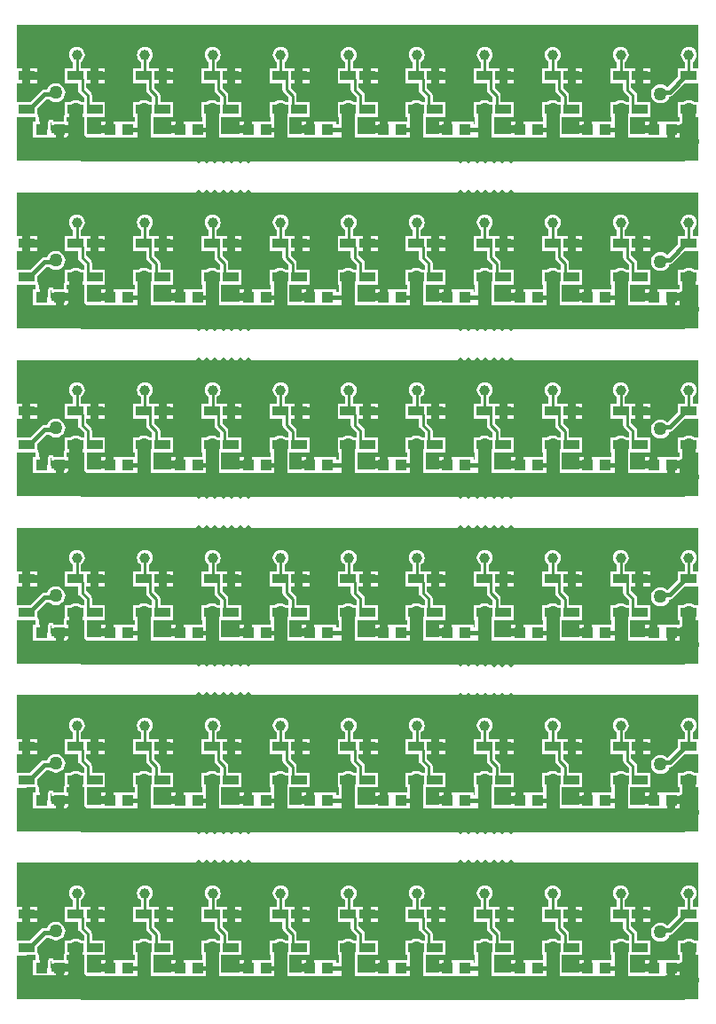
<source format=gtl>
G04*
G04 #@! TF.GenerationSoftware,Altium Limited,Altium Designer,20.1.12 (249)*
G04*
G04 Layer_Physical_Order=1*
G04 Layer_Color=255*
%FSLAX25Y25*%
%MOIN*%
G70*
G04*
G04 #@! TF.SameCoordinates,880ED213-D7CF-42DA-8A1E-0FEEA66E8632*
G04*
G04*
G04 #@! TF.FilePolarity,Positive*
G04*
G01*
G75*
%ADD10C,0.03937*%
%ADD11R,0.05906X0.03543*%
%ADD12R,0.04331X0.03937*%
%ADD13C,0.01000*%
%ADD14C,0.02000*%
%ADD15C,0.03000*%
%ADD16C,0.09000*%
%ADD17C,0.07500*%
%ADD18C,0.01500*%
%ADD19C,0.05000*%
%ADD20C,0.01968*%
%ADD21C,0.05000*%
G36*
X255906Y349622D02*
X253891D01*
Y352156D01*
X254479Y352607D01*
X254955Y353227D01*
X255254Y353949D01*
X255356Y354724D01*
X255254Y355499D01*
X254955Y356222D01*
X254479Y356842D01*
X253859Y357317D01*
X253137Y357616D01*
X252362Y357719D01*
X251587Y357616D01*
X250865Y357317D01*
X250245Y356842D01*
X249769Y356222D01*
X249470Y355499D01*
X249368Y354724D01*
X249470Y353949D01*
X249769Y353227D01*
X250245Y352607D01*
X250833Y352156D01*
Y349622D01*
X248410D01*
Y346602D01*
X244672Y342864D01*
X244229Y342654D01*
X243497Y343215D01*
X242646Y343567D01*
X241732Y343688D01*
X240819Y343567D01*
X239967Y343215D01*
X239236Y342654D01*
X238675Y341923D01*
X238322Y341071D01*
X238202Y340158D01*
X238322Y339244D01*
X238675Y338392D01*
X239236Y337661D01*
X239967Y337100D01*
X240819Y336748D01*
X241732Y336627D01*
X242646Y336748D01*
X243497Y337100D01*
X244229Y337661D01*
X244790Y338392D01*
X245059Y339043D01*
X245158D01*
X245841Y339179D01*
X246420Y339565D01*
X250933Y344079D01*
X255906D01*
Y337024D01*
X254500D01*
X254127Y337309D01*
X253276Y337662D01*
X252362Y337782D01*
X251448Y337662D01*
X250597Y337309D01*
X250225Y337024D01*
X248410D01*
Y331480D01*
X248832D01*
Y329740D01*
X242701D01*
Y329740D01*
X242339D01*
Y329740D01*
X240673D01*
Y326772D01*
X239173D01*
Y325272D01*
X236008D01*
Y324839D01*
X230302D01*
Y326969D01*
Y331480D01*
X237811D01*
Y337024D01*
X232935D01*
Y339461D01*
X232819Y340046D01*
X232487Y340542D01*
X230754Y342275D01*
Y344079D01*
X232358D01*
Y346850D01*
Y349622D01*
X228345D01*
Y352156D01*
X228932Y352607D01*
X229408Y353227D01*
X229707Y353949D01*
X229809Y354724D01*
X229707Y355499D01*
X229408Y356222D01*
X228932Y356842D01*
X228312Y357317D01*
X227590Y357616D01*
X226815Y357719D01*
X226040Y357616D01*
X225318Y357317D01*
X224698Y356842D01*
X224222Y356222D01*
X223923Y355499D01*
X223821Y354724D01*
X223923Y353949D01*
X224222Y353227D01*
X224698Y352607D01*
X225286Y352156D01*
Y349622D01*
X222819D01*
Y344079D01*
X227695D01*
Y341642D01*
X227811Y341056D01*
X228143Y340560D01*
X229876Y338827D01*
Y337024D01*
X228909D01*
X228537Y337309D01*
X227685Y337662D01*
X226772Y337782D01*
X225858Y337662D01*
X225007Y337309D01*
X224634Y337024D01*
X222819D01*
Y331480D01*
X223241D01*
Y329740D01*
X217898D01*
Y329740D01*
X217535D01*
Y329740D01*
X215870D01*
Y326772D01*
X214370D01*
Y325272D01*
X211205D01*
Y324839D01*
X204711D01*
Y326969D01*
Y331480D01*
X212221D01*
Y337024D01*
X207344D01*
Y339461D01*
X207228Y340046D01*
X206896Y340542D01*
X205163Y342275D01*
Y344079D01*
X206768D01*
Y346850D01*
Y349622D01*
X202798D01*
Y352156D01*
X203386Y352607D01*
X203861Y353227D01*
X204161Y353949D01*
X204263Y354724D01*
X204161Y355499D01*
X203861Y356222D01*
X203386Y356842D01*
X202766Y357317D01*
X202044Y357616D01*
X201269Y357719D01*
X200494Y357616D01*
X199771Y357317D01*
X199151Y356842D01*
X198676Y356222D01*
X198376Y355499D01*
X198274Y354724D01*
X198376Y353949D01*
X198676Y353227D01*
X199151Y352607D01*
X199739Y352156D01*
Y349622D01*
X197228D01*
Y344079D01*
X202104D01*
Y341642D01*
X202221Y341056D01*
X202552Y340560D01*
X204286Y338827D01*
Y337024D01*
X203318D01*
X202946Y337309D01*
X202095Y337662D01*
X201181Y337782D01*
X200267Y337662D01*
X199416Y337309D01*
X199044Y337024D01*
X197228D01*
Y331480D01*
X197651D01*
Y329740D01*
X192307D01*
Y329740D01*
X191945D01*
Y329740D01*
X190279D01*
Y326772D01*
X188779D01*
Y325272D01*
X185614D01*
Y324839D01*
X179121D01*
Y326969D01*
Y331480D01*
X186630D01*
Y337024D01*
X181754D01*
Y339461D01*
X181637Y340046D01*
X181306Y340542D01*
X179573Y342275D01*
Y344079D01*
X181177D01*
Y346850D01*
Y349622D01*
X177251D01*
Y352156D01*
X177839Y352607D01*
X178315Y353227D01*
X178614Y353949D01*
X178716Y354724D01*
X178614Y355499D01*
X178315Y356222D01*
X177839Y356842D01*
X177219Y357317D01*
X176497Y357616D01*
X175722Y357719D01*
X174947Y357616D01*
X174225Y357317D01*
X173605Y356842D01*
X173129Y356222D01*
X172830Y355499D01*
X172728Y354724D01*
X172830Y353949D01*
X173129Y353227D01*
X173605Y352607D01*
X174192Y352156D01*
Y349622D01*
X171638D01*
Y344079D01*
X176514D01*
Y341642D01*
X176630Y341056D01*
X176962Y340560D01*
X178695Y338827D01*
Y337024D01*
X177728D01*
X177356Y337309D01*
X176504Y337662D01*
X175591Y337782D01*
X174677Y337662D01*
X173826Y337309D01*
X173453Y337024D01*
X171638D01*
Y331480D01*
X172060D01*
Y328556D01*
X171472D01*
Y329740D01*
X165142D01*
Y329740D01*
X164779D01*
Y329740D01*
X163114D01*
Y326772D01*
X161614D01*
Y325272D01*
X158449D01*
Y324839D01*
X153530D01*
Y326969D01*
Y331480D01*
X161039D01*
Y337024D01*
X156163D01*
Y339461D01*
X156047Y340046D01*
X155715Y340542D01*
X153982Y342275D01*
Y344079D01*
X155587D01*
Y346850D01*
Y349622D01*
X151704D01*
Y352156D01*
X152292Y352607D01*
X152768Y353227D01*
X153067Y353949D01*
X153169Y354724D01*
X153067Y355499D01*
X152768Y356222D01*
X152292Y356842D01*
X151672Y357317D01*
X150950Y357616D01*
X150175Y357719D01*
X149400Y357616D01*
X148678Y357317D01*
X148058Y356842D01*
X147582Y356222D01*
X147283Y355499D01*
X147181Y354724D01*
X147283Y353949D01*
X147582Y353227D01*
X148058Y352607D01*
X148646Y352156D01*
Y349622D01*
X146047D01*
Y344079D01*
X150923D01*
Y341642D01*
X151040Y341056D01*
X151371Y340560D01*
X153104Y338827D01*
Y337024D01*
X152137D01*
X151765Y337309D01*
X150914Y337662D01*
X150000Y337782D01*
X149086Y337662D01*
X148235Y337309D01*
X147863Y337024D01*
X146047D01*
Y331480D01*
X146470D01*
Y329740D01*
X141126D01*
Y329740D01*
X140764D01*
Y329740D01*
X139098D01*
Y326772D01*
X137598D01*
Y325272D01*
X134433D01*
Y324839D01*
X127940D01*
Y326969D01*
Y331480D01*
X135449D01*
Y337024D01*
X130573D01*
Y339461D01*
X130456Y340046D01*
X130125Y340542D01*
X128392Y342275D01*
Y344079D01*
X129996D01*
Y346850D01*
Y349622D01*
X126157D01*
Y352156D01*
X126745Y352607D01*
X127221Y353227D01*
X127520Y353949D01*
X127622Y354724D01*
X127520Y355499D01*
X127221Y356222D01*
X126745Y356842D01*
X126125Y357317D01*
X125403Y357616D01*
X124628Y357719D01*
X123853Y357616D01*
X123131Y357317D01*
X122511Y356842D01*
X122035Y356222D01*
X121736Y355499D01*
X121634Y354724D01*
X121736Y353949D01*
X122035Y353227D01*
X122511Y352607D01*
X123099Y352156D01*
Y349622D01*
X120457D01*
Y344079D01*
X125333D01*
Y341642D01*
X125449Y341056D01*
X125781Y340560D01*
X127514Y338827D01*
Y337024D01*
X126547D01*
X126174Y337309D01*
X125323Y337662D01*
X124409Y337782D01*
X123496Y337662D01*
X122644Y337309D01*
X122272Y337024D01*
X120457D01*
Y331480D01*
X120879D01*
Y328556D01*
X119898D01*
Y329740D01*
X113567D01*
Y329740D01*
X113205D01*
Y329740D01*
X111539D01*
Y326772D01*
X110039D01*
Y325272D01*
X106874D01*
Y324839D01*
X102349D01*
Y326969D01*
Y331480D01*
X109858D01*
Y337024D01*
X104982D01*
Y339461D01*
X104866Y340046D01*
X104534Y340542D01*
X102801Y342275D01*
Y344079D01*
X104405D01*
Y346850D01*
Y349622D01*
X100611D01*
Y352156D01*
X101198Y352607D01*
X101674Y353227D01*
X101973Y353949D01*
X102076Y354724D01*
X101973Y355499D01*
X101674Y356222D01*
X101198Y356842D01*
X100578Y357317D01*
X99856Y357616D01*
X99081Y357719D01*
X98306Y357616D01*
X97584Y357317D01*
X96964Y356842D01*
X96488Y356222D01*
X96189Y355499D01*
X96087Y354724D01*
X96189Y353949D01*
X96488Y353227D01*
X96964Y352607D01*
X97552Y352156D01*
Y349622D01*
X94866D01*
Y344079D01*
X99742D01*
Y341642D01*
X99859Y341056D01*
X100190Y340560D01*
X101923Y338827D01*
Y337024D01*
X100956D01*
X100584Y337309D01*
X99733Y337662D01*
X98819Y337782D01*
X97905Y337662D01*
X97054Y337309D01*
X96682Y337024D01*
X94866D01*
Y331480D01*
X95289D01*
Y329740D01*
X90339D01*
Y329740D01*
X89976D01*
Y329740D01*
X88311D01*
Y326772D01*
X86811D01*
Y325272D01*
X83646D01*
Y324839D01*
X76758D01*
Y326969D01*
Y331480D01*
X84268D01*
Y337024D01*
X79392D01*
Y339461D01*
X79275Y340046D01*
X78944Y340542D01*
X77210Y342275D01*
Y344079D01*
X78815D01*
Y346850D01*
Y349622D01*
X75064D01*
Y352156D01*
X75652Y352607D01*
X76127Y353227D01*
X76427Y353949D01*
X76529Y354724D01*
X76427Y355499D01*
X76127Y356222D01*
X75652Y356842D01*
X75032Y357317D01*
X74309Y357616D01*
X73535Y357719D01*
X72760Y357616D01*
X72038Y357317D01*
X71417Y356842D01*
X70942Y356222D01*
X70642Y355499D01*
X70540Y354724D01*
X70642Y353949D01*
X70942Y353227D01*
X71417Y352607D01*
X72005Y352156D01*
Y349622D01*
X69276D01*
Y344079D01*
X74152D01*
Y341642D01*
X74268Y341056D01*
X74600Y340560D01*
X76333Y338827D01*
Y337024D01*
X75366D01*
X74993Y337309D01*
X74142Y337662D01*
X73228Y337782D01*
X72315Y337662D01*
X71463Y337309D01*
X71091Y337024D01*
X69276D01*
Y331480D01*
X69698D01*
Y329740D01*
X64748D01*
Y329740D01*
X64386D01*
Y329740D01*
X62721D01*
Y326772D01*
X61221D01*
Y325272D01*
X58055D01*
Y324839D01*
X51168D01*
Y326969D01*
Y331480D01*
X58677D01*
Y337024D01*
X53801D01*
Y339461D01*
X53685Y340046D01*
X53353Y340542D01*
X51620Y342275D01*
Y344079D01*
X53224D01*
Y346850D01*
Y349622D01*
X49517D01*
Y352156D01*
X50105Y352607D01*
X50581Y353227D01*
X50880Y353949D01*
X50982Y354724D01*
X50880Y355499D01*
X50581Y356222D01*
X50105Y356842D01*
X49485Y357317D01*
X48763Y357616D01*
X47988Y357719D01*
X47213Y357616D01*
X46491Y357317D01*
X45871Y356842D01*
X45395Y356222D01*
X45096Y355499D01*
X44994Y354724D01*
X45096Y353949D01*
X45395Y353227D01*
X45871Y352607D01*
X46458Y352156D01*
Y349622D01*
X43685D01*
Y344079D01*
X48561D01*
Y341642D01*
X48678Y341056D01*
X49009Y340560D01*
X50742Y338827D01*
Y337024D01*
X49775D01*
X49403Y337309D01*
X48551Y337662D01*
X47638Y337782D01*
X46724Y337662D01*
X45873Y337309D01*
X45500Y337024D01*
X43685D01*
Y331480D01*
X44108D01*
Y329740D01*
X38370D01*
Y329740D01*
X38008D01*
Y329740D01*
X36342D01*
Y326772D01*
X34843D01*
Y325272D01*
X31677D01*
Y324839D01*
X26204D01*
X26171Y324872D01*
Y331480D01*
X33087D01*
Y337024D01*
X28210D01*
Y339461D01*
X28094Y340046D01*
X27762Y340542D01*
X26029Y342275D01*
Y344079D01*
X27634D01*
Y346850D01*
Y349622D01*
X23970D01*
Y352156D01*
X24558Y352607D01*
X25034Y353227D01*
X25333Y353949D01*
X25435Y354724D01*
X25333Y355499D01*
X25034Y356222D01*
X24558Y356842D01*
X23938Y357317D01*
X23216Y357616D01*
X22441Y357719D01*
X21666Y357616D01*
X20944Y357317D01*
X20324Y356842D01*
X19848Y356222D01*
X19549Y355499D01*
X19447Y354724D01*
X19549Y353949D01*
X19848Y353227D01*
X20324Y352607D01*
X20911Y352156D01*
Y349622D01*
X18094D01*
Y344079D01*
X22971D01*
Y341642D01*
X23087Y341056D01*
X23419Y340560D01*
X25152Y338827D01*
Y337024D01*
X24184D01*
X23812Y337309D01*
X22961Y337662D01*
X22047Y337782D01*
X21134Y337662D01*
X20282Y337309D01*
X19910Y337024D01*
X18094D01*
Y332334D01*
X17896Y332201D01*
X17675Y331871D01*
X17597Y331480D01*
Y329740D01*
X13744D01*
X13722Y329853D01*
X13713Y329866D01*
X13709Y329881D01*
X13602Y330031D01*
X13500Y330183D01*
X13487Y330192D01*
X13478Y330205D01*
X13322Y330302D01*
X13170Y330404D01*
X13154Y330408D01*
X13141Y330416D01*
X12960Y330446D01*
X12779Y330482D01*
X12764Y330479D01*
X12749Y330482D01*
X12714Y330481D01*
X12532Y330438D01*
X12349Y330401D01*
X12338Y330394D01*
X12326Y330391D01*
X12174Y330283D01*
X12019Y330178D01*
X12012Y330167D01*
X12002Y330160D01*
X11903Y330002D01*
X11800Y329846D01*
X11798Y329833D01*
X11791Y329823D01*
X11778Y329740D01*
X8106D01*
Y331478D01*
X8106Y331481D01*
X8106Y331484D01*
X8066Y331677D01*
X8029Y331868D01*
X8027Y331871D01*
X8026Y331874D01*
X7916Y332037D01*
X7808Y332199D01*
X7805Y332201D01*
X7803Y332203D01*
X7639Y332311D01*
X7496Y332407D01*
Y334500D01*
X11093Y338097D01*
X12038D01*
X12071Y338055D01*
X12802Y337494D01*
X13653Y337141D01*
X14567Y337021D01*
X15481Y337141D01*
X16332Y337494D01*
X17063Y338055D01*
X17624Y338786D01*
X17977Y339637D01*
X18097Y340551D01*
X17977Y341465D01*
X17624Y342316D01*
X17063Y343047D01*
X16332Y343608D01*
X15481Y343961D01*
X14567Y344081D01*
X13653Y343961D01*
X12802Y343608D01*
X12071Y343047D01*
X11510Y342316D01*
X11240Y341666D01*
X10354D01*
X9671Y341530D01*
X9092Y341143D01*
X9092Y341143D01*
X4973Y337024D01*
X0D01*
Y344079D01*
X2043D01*
Y346850D01*
Y349622D01*
X0D01*
Y366142D01*
X255906D01*
Y349622D01*
D02*
G37*
G36*
X23547Y331480D02*
X25152D01*
Y314961D01*
X0D01*
Y331434D01*
X7087Y331478D01*
Y329740D01*
X6087D01*
Y323803D01*
X12779D01*
X12745Y329461D01*
X12779Y329462D01*
Y328272D01*
X19110D01*
Y329740D01*
X18617D01*
Y331480D01*
X20547D01*
Y334252D01*
X23547D01*
Y331480D01*
D02*
G37*
G36*
X253862D02*
X255906D01*
Y314961D01*
X243307D01*
X243497Y315151D01*
Y323803D01*
X244366D01*
Y326772D01*
X245866D01*
Y328272D01*
X249031D01*
Y328760D01*
X249222Y328798D01*
X249553Y329019D01*
X249774Y329350D01*
X249852Y329740D01*
Y331480D01*
X250862D01*
Y334252D01*
X253862D01*
Y331480D01*
D02*
G37*
G36*
X255906Y286630D02*
X253891D01*
Y289164D01*
X254479Y289615D01*
X254955Y290235D01*
X255254Y290957D01*
X255356Y291732D01*
X255254Y292507D01*
X254955Y293229D01*
X254479Y293849D01*
X253859Y294325D01*
X253137Y294624D01*
X252362Y294726D01*
X251587Y294624D01*
X250865Y294325D01*
X250245Y293849D01*
X249769Y293229D01*
X249470Y292507D01*
X249368Y291732D01*
X249470Y290957D01*
X249769Y290235D01*
X250245Y289615D01*
X250833Y289164D01*
Y286630D01*
X248410D01*
Y283610D01*
X244672Y279872D01*
X244229Y279662D01*
X243497Y280223D01*
X242646Y280575D01*
X241732Y280696D01*
X240819Y280575D01*
X239967Y280223D01*
X239236Y279662D01*
X238675Y278930D01*
X238322Y278079D01*
X238202Y277165D01*
X238322Y276252D01*
X238675Y275400D01*
X239236Y274669D01*
X239967Y274108D01*
X240819Y273756D01*
X241732Y273635D01*
X242646Y273756D01*
X243497Y274108D01*
X244229Y274669D01*
X244790Y275400D01*
X245059Y276051D01*
X245158D01*
X245841Y276187D01*
X246420Y276573D01*
X250933Y281087D01*
X255906D01*
Y274031D01*
X254500D01*
X254127Y274317D01*
X253276Y274670D01*
X252362Y274790D01*
X251448Y274670D01*
X250597Y274317D01*
X250225Y274031D01*
X248410D01*
Y268488D01*
X248832D01*
Y266748D01*
X242701D01*
Y266748D01*
X242339D01*
Y266748D01*
X240673D01*
Y263779D01*
X239173D01*
Y262280D01*
X236008D01*
Y261847D01*
X230302D01*
Y263976D01*
Y268488D01*
X237811D01*
Y274031D01*
X232935D01*
Y276468D01*
X232819Y277054D01*
X232487Y277550D01*
X230754Y279283D01*
Y281087D01*
X232358D01*
Y283858D01*
Y286630D01*
X228345D01*
Y289164D01*
X228932Y289615D01*
X229408Y290235D01*
X229707Y290957D01*
X229809Y291732D01*
X229707Y292507D01*
X229408Y293229D01*
X228932Y293849D01*
X228312Y294325D01*
X227590Y294624D01*
X226815Y294726D01*
X226040Y294624D01*
X225318Y294325D01*
X224698Y293849D01*
X224222Y293229D01*
X223923Y292507D01*
X223821Y291732D01*
X223923Y290957D01*
X224222Y290235D01*
X224698Y289615D01*
X225286Y289164D01*
Y286630D01*
X222819D01*
Y281087D01*
X227695D01*
Y278650D01*
X227811Y278064D01*
X228143Y277568D01*
X229876Y275835D01*
Y274031D01*
X228909D01*
X228537Y274317D01*
X227685Y274670D01*
X226772Y274790D01*
X225858Y274670D01*
X225007Y274317D01*
X224634Y274031D01*
X222819D01*
Y268488D01*
X223241D01*
Y266748D01*
X217898D01*
Y266748D01*
X217535D01*
Y266748D01*
X215870D01*
Y263779D01*
X214370D01*
Y262280D01*
X211205D01*
Y261847D01*
X204711D01*
Y263976D01*
Y268488D01*
X212221D01*
Y274031D01*
X207344D01*
Y276468D01*
X207228Y277054D01*
X206896Y277550D01*
X205163Y279283D01*
Y281087D01*
X206768D01*
Y283858D01*
Y286630D01*
X202798D01*
Y289164D01*
X203386Y289615D01*
X203861Y290235D01*
X204161Y290957D01*
X204263Y291732D01*
X204161Y292507D01*
X203861Y293229D01*
X203386Y293849D01*
X202766Y294325D01*
X202044Y294624D01*
X201269Y294726D01*
X200494Y294624D01*
X199771Y294325D01*
X199151Y293849D01*
X198676Y293229D01*
X198376Y292507D01*
X198274Y291732D01*
X198376Y290957D01*
X198676Y290235D01*
X199151Y289615D01*
X199739Y289164D01*
Y286630D01*
X197228D01*
Y281087D01*
X202104D01*
Y278650D01*
X202221Y278064D01*
X202552Y277568D01*
X204286Y275835D01*
Y274031D01*
X203318D01*
X202946Y274317D01*
X202095Y274670D01*
X201181Y274790D01*
X200267Y274670D01*
X199416Y274317D01*
X199044Y274031D01*
X197228D01*
Y268488D01*
X197651D01*
Y266748D01*
X192307D01*
Y266748D01*
X191945D01*
Y266748D01*
X190279D01*
Y263779D01*
X188779D01*
Y262280D01*
X185614D01*
Y261847D01*
X179121D01*
Y263976D01*
Y268488D01*
X186630D01*
Y274031D01*
X181754D01*
Y276468D01*
X181637Y277054D01*
X181306Y277550D01*
X179573Y279283D01*
Y281087D01*
X181177D01*
Y283858D01*
Y286630D01*
X177251D01*
Y289164D01*
X177839Y289615D01*
X178315Y290235D01*
X178614Y290957D01*
X178716Y291732D01*
X178614Y292507D01*
X178315Y293229D01*
X177839Y293849D01*
X177219Y294325D01*
X176497Y294624D01*
X175722Y294726D01*
X174947Y294624D01*
X174225Y294325D01*
X173605Y293849D01*
X173129Y293229D01*
X172830Y292507D01*
X172728Y291732D01*
X172830Y290957D01*
X173129Y290235D01*
X173605Y289615D01*
X174192Y289164D01*
Y286630D01*
X171638D01*
Y281087D01*
X176514D01*
Y278650D01*
X176630Y278064D01*
X176962Y277568D01*
X178695Y275835D01*
Y274031D01*
X177728D01*
X177356Y274317D01*
X176504Y274670D01*
X175591Y274790D01*
X174677Y274670D01*
X173826Y274317D01*
X173453Y274031D01*
X171638D01*
Y268488D01*
X172060D01*
Y265564D01*
X171472D01*
Y266748D01*
X165142D01*
Y266748D01*
X164779D01*
Y266748D01*
X163114D01*
Y263779D01*
X161614D01*
Y262280D01*
X158449D01*
Y261847D01*
X153530D01*
Y263976D01*
Y268488D01*
X161039D01*
Y274031D01*
X156163D01*
Y276468D01*
X156047Y277054D01*
X155715Y277550D01*
X153982Y279283D01*
Y281087D01*
X155587D01*
Y283858D01*
Y286630D01*
X151704D01*
Y289164D01*
X152292Y289615D01*
X152768Y290235D01*
X153067Y290957D01*
X153169Y291732D01*
X153067Y292507D01*
X152768Y293229D01*
X152292Y293849D01*
X151672Y294325D01*
X150950Y294624D01*
X150175Y294726D01*
X149400Y294624D01*
X148678Y294325D01*
X148058Y293849D01*
X147582Y293229D01*
X147283Y292507D01*
X147181Y291732D01*
X147283Y290957D01*
X147582Y290235D01*
X148058Y289615D01*
X148646Y289164D01*
Y286630D01*
X146047D01*
Y281087D01*
X150923D01*
Y278650D01*
X151040Y278064D01*
X151371Y277568D01*
X153104Y275835D01*
Y274031D01*
X152137D01*
X151765Y274317D01*
X150914Y274670D01*
X150000Y274790D01*
X149086Y274670D01*
X148235Y274317D01*
X147863Y274031D01*
X146047D01*
Y268488D01*
X146470D01*
Y266748D01*
X141126D01*
Y266748D01*
X140764D01*
Y266748D01*
X139098D01*
Y263779D01*
X137598D01*
Y262280D01*
X134433D01*
Y261847D01*
X127940D01*
Y263976D01*
Y268488D01*
X135449D01*
Y274031D01*
X130573D01*
Y276468D01*
X130456Y277054D01*
X130125Y277550D01*
X128392Y279283D01*
Y281087D01*
X129996D01*
Y283858D01*
Y286630D01*
X126157D01*
Y289164D01*
X126745Y289615D01*
X127221Y290235D01*
X127520Y290957D01*
X127622Y291732D01*
X127520Y292507D01*
X127221Y293229D01*
X126745Y293849D01*
X126125Y294325D01*
X125403Y294624D01*
X124628Y294726D01*
X123853Y294624D01*
X123131Y294325D01*
X122511Y293849D01*
X122035Y293229D01*
X121736Y292507D01*
X121634Y291732D01*
X121736Y290957D01*
X122035Y290235D01*
X122511Y289615D01*
X123099Y289164D01*
Y286630D01*
X120457D01*
Y281087D01*
X125333D01*
Y278650D01*
X125449Y278064D01*
X125781Y277568D01*
X127514Y275835D01*
Y274031D01*
X126547D01*
X126174Y274317D01*
X125323Y274670D01*
X124409Y274790D01*
X123496Y274670D01*
X122644Y274317D01*
X122272Y274031D01*
X120457D01*
Y268488D01*
X120879D01*
Y265564D01*
X119898D01*
Y266748D01*
X113567D01*
Y266748D01*
X113205D01*
Y266748D01*
X111539D01*
Y263779D01*
X110039D01*
Y262280D01*
X106874D01*
Y261847D01*
X102349D01*
Y263976D01*
Y268488D01*
X109858D01*
Y274031D01*
X104982D01*
Y276468D01*
X104866Y277054D01*
X104534Y277550D01*
X102801Y279283D01*
Y281087D01*
X104405D01*
Y283858D01*
Y286630D01*
X100611D01*
Y289164D01*
X101198Y289615D01*
X101674Y290235D01*
X101973Y290957D01*
X102076Y291732D01*
X101973Y292507D01*
X101674Y293229D01*
X101198Y293849D01*
X100578Y294325D01*
X99856Y294624D01*
X99081Y294726D01*
X98306Y294624D01*
X97584Y294325D01*
X96964Y293849D01*
X96488Y293229D01*
X96189Y292507D01*
X96087Y291732D01*
X96189Y290957D01*
X96488Y290235D01*
X96964Y289615D01*
X97552Y289164D01*
Y286630D01*
X94866D01*
Y281087D01*
X99742D01*
Y278650D01*
X99859Y278064D01*
X100190Y277568D01*
X101923Y275835D01*
Y274031D01*
X100956D01*
X100584Y274317D01*
X99733Y274670D01*
X98819Y274790D01*
X97905Y274670D01*
X97054Y274317D01*
X96682Y274031D01*
X94866D01*
Y268488D01*
X95289D01*
Y266748D01*
X90339D01*
Y266748D01*
X89976D01*
Y266748D01*
X88311D01*
Y263779D01*
X86811D01*
Y262280D01*
X83646D01*
Y261847D01*
X76758D01*
Y263976D01*
Y268488D01*
X84268D01*
Y274031D01*
X79392D01*
Y276468D01*
X79275Y277054D01*
X78944Y277550D01*
X77210Y279283D01*
Y281087D01*
X78815D01*
Y283858D01*
Y286630D01*
X75064D01*
Y289164D01*
X75652Y289615D01*
X76127Y290235D01*
X76427Y290957D01*
X76529Y291732D01*
X76427Y292507D01*
X76127Y293229D01*
X75652Y293849D01*
X75032Y294325D01*
X74309Y294624D01*
X73535Y294726D01*
X72760Y294624D01*
X72038Y294325D01*
X71417Y293849D01*
X70942Y293229D01*
X70642Y292507D01*
X70540Y291732D01*
X70642Y290957D01*
X70942Y290235D01*
X71417Y289615D01*
X72005Y289164D01*
Y286630D01*
X69276D01*
Y281087D01*
X74152D01*
Y278650D01*
X74268Y278064D01*
X74600Y277568D01*
X76333Y275835D01*
Y274031D01*
X75366D01*
X74993Y274317D01*
X74142Y274670D01*
X73228Y274790D01*
X72315Y274670D01*
X71463Y274317D01*
X71091Y274031D01*
X69276D01*
Y268488D01*
X69698D01*
Y266748D01*
X64748D01*
Y266748D01*
X64386D01*
Y266748D01*
X62721D01*
Y263779D01*
X61221D01*
Y262280D01*
X58055D01*
Y261847D01*
X51168D01*
Y263976D01*
Y268488D01*
X58677D01*
Y274031D01*
X53801D01*
Y276468D01*
X53685Y277054D01*
X53353Y277550D01*
X51620Y279283D01*
Y281087D01*
X53224D01*
Y283858D01*
Y286630D01*
X49517D01*
Y289164D01*
X50105Y289615D01*
X50581Y290235D01*
X50880Y290957D01*
X50982Y291732D01*
X50880Y292507D01*
X50581Y293229D01*
X50105Y293849D01*
X49485Y294325D01*
X48763Y294624D01*
X47988Y294726D01*
X47213Y294624D01*
X46491Y294325D01*
X45871Y293849D01*
X45395Y293229D01*
X45096Y292507D01*
X44994Y291732D01*
X45096Y290957D01*
X45395Y290235D01*
X45871Y289615D01*
X46458Y289164D01*
Y286630D01*
X43685D01*
Y281087D01*
X48561D01*
Y278650D01*
X48678Y278064D01*
X49009Y277568D01*
X50742Y275835D01*
Y274031D01*
X49775D01*
X49403Y274317D01*
X48551Y274670D01*
X47638Y274790D01*
X46724Y274670D01*
X45873Y274317D01*
X45500Y274031D01*
X43685D01*
Y268488D01*
X44108D01*
Y266748D01*
X38370D01*
Y266748D01*
X38008D01*
Y266748D01*
X36342D01*
Y263779D01*
X34843D01*
Y262280D01*
X31677D01*
Y261847D01*
X26204D01*
X26171Y261880D01*
Y268488D01*
X33087D01*
Y274031D01*
X28210D01*
Y276468D01*
X28094Y277054D01*
X27762Y277550D01*
X26029Y279283D01*
Y281087D01*
X27634D01*
Y283858D01*
Y286630D01*
X23970D01*
Y289164D01*
X24558Y289615D01*
X25034Y290235D01*
X25333Y290957D01*
X25435Y291732D01*
X25333Y292507D01*
X25034Y293229D01*
X24558Y293849D01*
X23938Y294325D01*
X23216Y294624D01*
X22441Y294726D01*
X21666Y294624D01*
X20944Y294325D01*
X20324Y293849D01*
X19848Y293229D01*
X19549Y292507D01*
X19447Y291732D01*
X19549Y290957D01*
X19848Y290235D01*
X20324Y289615D01*
X20911Y289164D01*
Y286630D01*
X18094D01*
Y281087D01*
X22971D01*
Y278650D01*
X23087Y278064D01*
X23419Y277568D01*
X25152Y275835D01*
Y274031D01*
X24184D01*
X23812Y274317D01*
X22961Y274670D01*
X22047Y274790D01*
X21134Y274670D01*
X20282Y274317D01*
X19910Y274031D01*
X18094D01*
Y269342D01*
X17896Y269209D01*
X17675Y268878D01*
X17597Y268488D01*
Y266748D01*
X13744D01*
X13722Y266860D01*
X13713Y266874D01*
X13709Y266889D01*
X13602Y267039D01*
X13500Y267191D01*
X13487Y267200D01*
X13478Y267213D01*
X13322Y267310D01*
X13170Y267412D01*
X13154Y267415D01*
X13141Y267424D01*
X12960Y267454D01*
X12779Y267490D01*
X12764Y267487D01*
X12749Y267489D01*
X12714Y267488D01*
X12532Y267446D01*
X12349Y267409D01*
X12338Y267402D01*
X12326Y267399D01*
X12174Y267290D01*
X12019Y267186D01*
X12012Y267175D01*
X12002Y267168D01*
X11903Y267010D01*
X11800Y266854D01*
X11798Y266841D01*
X11791Y266830D01*
X11778Y266748D01*
X8106D01*
Y268486D01*
X8106Y268489D01*
X8106Y268492D01*
X8066Y268685D01*
X8029Y268876D01*
X8027Y268879D01*
X8026Y268882D01*
X7916Y269045D01*
X7808Y269207D01*
X7805Y269208D01*
X7803Y269211D01*
X7639Y269319D01*
X7496Y269415D01*
Y271508D01*
X11093Y275105D01*
X12038D01*
X12071Y275063D01*
X12802Y274502D01*
X13653Y274149D01*
X14567Y274029D01*
X15481Y274149D01*
X16332Y274502D01*
X17063Y275063D01*
X17624Y275794D01*
X17977Y276645D01*
X18097Y277559D01*
X17977Y278473D01*
X17624Y279324D01*
X17063Y280055D01*
X16332Y280616D01*
X15481Y280969D01*
X14567Y281089D01*
X13653Y280969D01*
X12802Y280616D01*
X12071Y280055D01*
X11510Y279324D01*
X11240Y278674D01*
X10354D01*
X9671Y278538D01*
X9092Y278151D01*
X9092Y278151D01*
X4973Y274031D01*
X0D01*
Y281087D01*
X2043D01*
Y283858D01*
Y286630D01*
X0D01*
Y303150D01*
X255906D01*
Y286630D01*
D02*
G37*
G36*
X23547Y268488D02*
X25152D01*
Y251969D01*
X0D01*
Y268442D01*
X7087Y268486D01*
Y266748D01*
X6087D01*
Y260811D01*
X12779D01*
X12745Y266469D01*
X12779Y266470D01*
Y265280D01*
X19110D01*
Y266748D01*
X18617D01*
Y268488D01*
X20547D01*
Y271260D01*
X23547D01*
Y268488D01*
D02*
G37*
G36*
X253862D02*
X255906D01*
Y251969D01*
X243307D01*
X243497Y252159D01*
Y260811D01*
X244366D01*
Y263779D01*
X245866D01*
Y265280D01*
X249031D01*
Y265768D01*
X249222Y265806D01*
X249553Y266027D01*
X249774Y266358D01*
X249852Y266748D01*
Y268488D01*
X250862D01*
Y271260D01*
X253862D01*
Y268488D01*
D02*
G37*
G36*
X255906Y223638D02*
X253891D01*
Y226172D01*
X254479Y226623D01*
X254955Y227243D01*
X255254Y227965D01*
X255356Y228740D01*
X255254Y229515D01*
X254955Y230237D01*
X254479Y230857D01*
X253859Y231333D01*
X253137Y231632D01*
X252362Y231734D01*
X251587Y231632D01*
X250865Y231333D01*
X250245Y230857D01*
X249769Y230237D01*
X249470Y229515D01*
X249368Y228740D01*
X249470Y227965D01*
X249769Y227243D01*
X250245Y226623D01*
X250833Y226172D01*
Y223638D01*
X248410D01*
Y220618D01*
X244672Y216880D01*
X244229Y216670D01*
X243497Y217231D01*
X242646Y217583D01*
X241732Y217703D01*
X240819Y217583D01*
X239967Y217231D01*
X239236Y216670D01*
X238675Y215938D01*
X238322Y215087D01*
X238202Y214173D01*
X238322Y213260D01*
X238675Y212408D01*
X239236Y211677D01*
X239967Y211116D01*
X240819Y210763D01*
X241732Y210643D01*
X242646Y210763D01*
X243497Y211116D01*
X244229Y211677D01*
X244790Y212408D01*
X245059Y213059D01*
X245158D01*
X245841Y213194D01*
X246420Y213581D01*
X250933Y218094D01*
X255906D01*
Y211039D01*
X254500D01*
X254127Y211325D01*
X253276Y211678D01*
X252362Y211798D01*
X251448Y211678D01*
X250597Y211325D01*
X250225Y211039D01*
X248410D01*
Y205496D01*
X248832D01*
Y203756D01*
X242701D01*
Y203756D01*
X242339D01*
Y203756D01*
X240673D01*
Y200787D01*
X239173D01*
Y199287D01*
X236008D01*
Y198855D01*
X230302D01*
Y200984D01*
Y205496D01*
X237811D01*
Y211039D01*
X232935D01*
Y213476D01*
X232819Y214062D01*
X232487Y214558D01*
X230754Y216291D01*
Y218094D01*
X232358D01*
Y220866D01*
Y223638D01*
X228345D01*
Y226172D01*
X228932Y226623D01*
X229408Y227243D01*
X229707Y227965D01*
X229809Y228740D01*
X229707Y229515D01*
X229408Y230237D01*
X228932Y230857D01*
X228312Y231333D01*
X227590Y231632D01*
X226815Y231734D01*
X226040Y231632D01*
X225318Y231333D01*
X224698Y230857D01*
X224222Y230237D01*
X223923Y229515D01*
X223821Y228740D01*
X223923Y227965D01*
X224222Y227243D01*
X224698Y226623D01*
X225286Y226172D01*
Y223638D01*
X222819D01*
Y218094D01*
X227695D01*
Y215657D01*
X227811Y215072D01*
X228143Y214576D01*
X229876Y212843D01*
Y211039D01*
X228909D01*
X228537Y211325D01*
X227685Y211678D01*
X226772Y211798D01*
X225858Y211678D01*
X225007Y211325D01*
X224634Y211039D01*
X222819D01*
Y205496D01*
X223241D01*
Y203756D01*
X217898D01*
Y203756D01*
X217535D01*
Y203756D01*
X215870D01*
Y200787D01*
X214370D01*
Y199287D01*
X211205D01*
Y198855D01*
X204711D01*
Y200984D01*
Y205496D01*
X212221D01*
Y211039D01*
X207344D01*
Y213476D01*
X207228Y214062D01*
X206896Y214558D01*
X205163Y216291D01*
Y218094D01*
X206768D01*
Y220866D01*
Y223638D01*
X202798D01*
Y226172D01*
X203386Y226623D01*
X203861Y227243D01*
X204161Y227965D01*
X204263Y228740D01*
X204161Y229515D01*
X203861Y230237D01*
X203386Y230857D01*
X202766Y231333D01*
X202044Y231632D01*
X201269Y231734D01*
X200494Y231632D01*
X199771Y231333D01*
X199151Y230857D01*
X198676Y230237D01*
X198376Y229515D01*
X198274Y228740D01*
X198376Y227965D01*
X198676Y227243D01*
X199151Y226623D01*
X199739Y226172D01*
Y223638D01*
X197228D01*
Y218094D01*
X202104D01*
Y215657D01*
X202221Y215072D01*
X202552Y214576D01*
X204286Y212843D01*
Y211039D01*
X203318D01*
X202946Y211325D01*
X202095Y211678D01*
X201181Y211798D01*
X200267Y211678D01*
X199416Y211325D01*
X199044Y211039D01*
X197228D01*
Y205496D01*
X197651D01*
Y203756D01*
X192307D01*
Y203756D01*
X191945D01*
Y203756D01*
X190279D01*
Y200787D01*
X188779D01*
Y199287D01*
X185614D01*
Y198855D01*
X179121D01*
Y200984D01*
Y205496D01*
X186630D01*
Y211039D01*
X181754D01*
Y213476D01*
X181637Y214062D01*
X181306Y214558D01*
X179573Y216291D01*
Y218094D01*
X181177D01*
Y220866D01*
Y223638D01*
X177251D01*
Y226172D01*
X177839Y226623D01*
X178315Y227243D01*
X178614Y227965D01*
X178716Y228740D01*
X178614Y229515D01*
X178315Y230237D01*
X177839Y230857D01*
X177219Y231333D01*
X176497Y231632D01*
X175722Y231734D01*
X174947Y231632D01*
X174225Y231333D01*
X173605Y230857D01*
X173129Y230237D01*
X172830Y229515D01*
X172728Y228740D01*
X172830Y227965D01*
X173129Y227243D01*
X173605Y226623D01*
X174192Y226172D01*
Y223638D01*
X171638D01*
Y218094D01*
X176514D01*
Y215657D01*
X176630Y215072D01*
X176962Y214576D01*
X178695Y212843D01*
Y211039D01*
X177728D01*
X177356Y211325D01*
X176504Y211678D01*
X175591Y211798D01*
X174677Y211678D01*
X173826Y211325D01*
X173453Y211039D01*
X171638D01*
Y205496D01*
X172060D01*
Y202572D01*
X171472D01*
Y203756D01*
X165142D01*
Y203756D01*
X164779D01*
Y203756D01*
X163114D01*
Y200787D01*
X161614D01*
Y199287D01*
X158449D01*
Y198855D01*
X153530D01*
Y200984D01*
Y205496D01*
X161039D01*
Y211039D01*
X156163D01*
Y213476D01*
X156047Y214062D01*
X155715Y214558D01*
X153982Y216291D01*
Y218094D01*
X155587D01*
Y220866D01*
Y223638D01*
X151704D01*
Y226172D01*
X152292Y226623D01*
X152768Y227243D01*
X153067Y227965D01*
X153169Y228740D01*
X153067Y229515D01*
X152768Y230237D01*
X152292Y230857D01*
X151672Y231333D01*
X150950Y231632D01*
X150175Y231734D01*
X149400Y231632D01*
X148678Y231333D01*
X148058Y230857D01*
X147582Y230237D01*
X147283Y229515D01*
X147181Y228740D01*
X147283Y227965D01*
X147582Y227243D01*
X148058Y226623D01*
X148646Y226172D01*
Y223638D01*
X146047D01*
Y218094D01*
X150923D01*
Y215657D01*
X151040Y215072D01*
X151371Y214576D01*
X153104Y212843D01*
Y211039D01*
X152137D01*
X151765Y211325D01*
X150914Y211678D01*
X150000Y211798D01*
X149086Y211678D01*
X148235Y211325D01*
X147863Y211039D01*
X146047D01*
Y205496D01*
X146470D01*
Y203756D01*
X141126D01*
Y203756D01*
X140764D01*
Y203756D01*
X139098D01*
Y200787D01*
X137598D01*
Y199287D01*
X134433D01*
Y198855D01*
X127940D01*
Y200984D01*
Y205496D01*
X135449D01*
Y211039D01*
X130573D01*
Y213476D01*
X130456Y214062D01*
X130125Y214558D01*
X128392Y216291D01*
Y218094D01*
X129996D01*
Y220866D01*
Y223638D01*
X126157D01*
Y226172D01*
X126745Y226623D01*
X127221Y227243D01*
X127520Y227965D01*
X127622Y228740D01*
X127520Y229515D01*
X127221Y230237D01*
X126745Y230857D01*
X126125Y231333D01*
X125403Y231632D01*
X124628Y231734D01*
X123853Y231632D01*
X123131Y231333D01*
X122511Y230857D01*
X122035Y230237D01*
X121736Y229515D01*
X121634Y228740D01*
X121736Y227965D01*
X122035Y227243D01*
X122511Y226623D01*
X123099Y226172D01*
Y223638D01*
X120457D01*
Y218094D01*
X125333D01*
Y215657D01*
X125449Y215072D01*
X125781Y214576D01*
X127514Y212843D01*
Y211039D01*
X126547D01*
X126174Y211325D01*
X125323Y211678D01*
X124409Y211798D01*
X123496Y211678D01*
X122644Y211325D01*
X122272Y211039D01*
X120457D01*
Y205496D01*
X120879D01*
Y202572D01*
X119898D01*
Y203756D01*
X113567D01*
Y203756D01*
X113205D01*
Y203756D01*
X111539D01*
Y200787D01*
X110039D01*
Y199287D01*
X106874D01*
Y198855D01*
X102349D01*
Y200984D01*
Y205496D01*
X109858D01*
Y211039D01*
X104982D01*
Y213476D01*
X104866Y214062D01*
X104534Y214558D01*
X102801Y216291D01*
Y218094D01*
X104405D01*
Y220866D01*
Y223638D01*
X100611D01*
Y226172D01*
X101198Y226623D01*
X101674Y227243D01*
X101973Y227965D01*
X102076Y228740D01*
X101973Y229515D01*
X101674Y230237D01*
X101198Y230857D01*
X100578Y231333D01*
X99856Y231632D01*
X99081Y231734D01*
X98306Y231632D01*
X97584Y231333D01*
X96964Y230857D01*
X96488Y230237D01*
X96189Y229515D01*
X96087Y228740D01*
X96189Y227965D01*
X96488Y227243D01*
X96964Y226623D01*
X97552Y226172D01*
Y223638D01*
X94866D01*
Y218094D01*
X99742D01*
Y215657D01*
X99859Y215072D01*
X100190Y214576D01*
X101923Y212843D01*
Y211039D01*
X100956D01*
X100584Y211325D01*
X99733Y211678D01*
X98819Y211798D01*
X97905Y211678D01*
X97054Y211325D01*
X96682Y211039D01*
X94866D01*
Y205496D01*
X95289D01*
Y203756D01*
X90339D01*
Y203756D01*
X89976D01*
Y203756D01*
X88311D01*
Y200787D01*
X86811D01*
Y199287D01*
X83646D01*
Y198855D01*
X76758D01*
Y200984D01*
Y205496D01*
X84268D01*
Y211039D01*
X79392D01*
Y213476D01*
X79275Y214062D01*
X78944Y214558D01*
X77210Y216291D01*
Y218094D01*
X78815D01*
Y220866D01*
Y223638D01*
X75064D01*
Y226172D01*
X75652Y226623D01*
X76127Y227243D01*
X76427Y227965D01*
X76529Y228740D01*
X76427Y229515D01*
X76127Y230237D01*
X75652Y230857D01*
X75032Y231333D01*
X74309Y231632D01*
X73535Y231734D01*
X72760Y231632D01*
X72038Y231333D01*
X71417Y230857D01*
X70942Y230237D01*
X70642Y229515D01*
X70540Y228740D01*
X70642Y227965D01*
X70942Y227243D01*
X71417Y226623D01*
X72005Y226172D01*
Y223638D01*
X69276D01*
Y218094D01*
X74152D01*
Y215657D01*
X74268Y215072D01*
X74600Y214576D01*
X76333Y212843D01*
Y211039D01*
X75366D01*
X74993Y211325D01*
X74142Y211678D01*
X73228Y211798D01*
X72315Y211678D01*
X71463Y211325D01*
X71091Y211039D01*
X69276D01*
Y205496D01*
X69698D01*
Y203756D01*
X64748D01*
Y203756D01*
X64386D01*
Y203756D01*
X62721D01*
Y200787D01*
X61221D01*
Y199287D01*
X58055D01*
Y198855D01*
X51168D01*
Y200984D01*
Y205496D01*
X58677D01*
Y211039D01*
X53801D01*
Y213476D01*
X53685Y214062D01*
X53353Y214558D01*
X51620Y216291D01*
Y218094D01*
X53224D01*
Y220866D01*
Y223638D01*
X49517D01*
Y226172D01*
X50105Y226623D01*
X50581Y227243D01*
X50880Y227965D01*
X50982Y228740D01*
X50880Y229515D01*
X50581Y230237D01*
X50105Y230857D01*
X49485Y231333D01*
X48763Y231632D01*
X47988Y231734D01*
X47213Y231632D01*
X46491Y231333D01*
X45871Y230857D01*
X45395Y230237D01*
X45096Y229515D01*
X44994Y228740D01*
X45096Y227965D01*
X45395Y227243D01*
X45871Y226623D01*
X46458Y226172D01*
Y223638D01*
X43685D01*
Y218094D01*
X48561D01*
Y215657D01*
X48678Y215072D01*
X49009Y214576D01*
X50742Y212843D01*
Y211039D01*
X49775D01*
X49403Y211325D01*
X48551Y211678D01*
X47638Y211798D01*
X46724Y211678D01*
X45873Y211325D01*
X45500Y211039D01*
X43685D01*
Y205496D01*
X44108D01*
Y203756D01*
X38370D01*
Y203756D01*
X38008D01*
Y203756D01*
X36342D01*
Y200787D01*
X34843D01*
Y199287D01*
X31677D01*
Y198855D01*
X26204D01*
X26171Y198888D01*
Y205496D01*
X33087D01*
Y211039D01*
X28210D01*
Y213476D01*
X28094Y214062D01*
X27762Y214558D01*
X26029Y216291D01*
Y218094D01*
X27634D01*
Y220866D01*
Y223638D01*
X23970D01*
Y226172D01*
X24558Y226623D01*
X25034Y227243D01*
X25333Y227965D01*
X25435Y228740D01*
X25333Y229515D01*
X25034Y230237D01*
X24558Y230857D01*
X23938Y231333D01*
X23216Y231632D01*
X22441Y231734D01*
X21666Y231632D01*
X20944Y231333D01*
X20324Y230857D01*
X19848Y230237D01*
X19549Y229515D01*
X19447Y228740D01*
X19549Y227965D01*
X19848Y227243D01*
X20324Y226623D01*
X20911Y226172D01*
Y223638D01*
X18094D01*
Y218094D01*
X22971D01*
Y215657D01*
X23087Y215072D01*
X23419Y214576D01*
X25152Y212843D01*
Y211039D01*
X24184D01*
X23812Y211325D01*
X22961Y211678D01*
X22047Y211798D01*
X21134Y211678D01*
X20282Y211325D01*
X19910Y211039D01*
X18094D01*
Y206350D01*
X17896Y206217D01*
X17675Y205886D01*
X17597Y205496D01*
Y203756D01*
X13744D01*
X13722Y203868D01*
X13713Y203881D01*
X13709Y203897D01*
X13602Y204047D01*
X13500Y204199D01*
X13487Y204208D01*
X13478Y204221D01*
X13322Y204318D01*
X13170Y204420D01*
X13154Y204423D01*
X13141Y204432D01*
X12960Y204462D01*
X12779Y204498D01*
X12764Y204495D01*
X12749Y204497D01*
X12714Y204496D01*
X12532Y204454D01*
X12349Y204417D01*
X12338Y204410D01*
X12326Y204407D01*
X12174Y204298D01*
X12019Y204194D01*
X12012Y204183D01*
X12002Y204176D01*
X11903Y204017D01*
X11800Y203861D01*
X11798Y203849D01*
X11791Y203838D01*
X11778Y203756D01*
X8106D01*
Y205493D01*
X8106Y205497D01*
X8106Y205500D01*
X8066Y205693D01*
X8029Y205884D01*
X8027Y205886D01*
X8026Y205890D01*
X7916Y206052D01*
X7808Y206214D01*
X7805Y206216D01*
X7803Y206219D01*
X7639Y206327D01*
X7496Y206423D01*
Y208516D01*
X11093Y212113D01*
X12038D01*
X12071Y212071D01*
X12802Y211510D01*
X13653Y211157D01*
X14567Y211037D01*
X15481Y211157D01*
X16332Y211510D01*
X17063Y212071D01*
X17624Y212802D01*
X17977Y213653D01*
X18097Y214567D01*
X17977Y215481D01*
X17624Y216332D01*
X17063Y217063D01*
X16332Y217624D01*
X15481Y217977D01*
X14567Y218097D01*
X13653Y217977D01*
X12802Y217624D01*
X12071Y217063D01*
X11510Y216332D01*
X11240Y215682D01*
X10354D01*
X9671Y215546D01*
X9092Y215159D01*
X9092Y215159D01*
X4973Y211039D01*
X0D01*
Y218094D01*
X2043D01*
Y220866D01*
Y223638D01*
X0D01*
Y240158D01*
X255906D01*
Y223638D01*
D02*
G37*
G36*
X23547Y205496D02*
X25152D01*
Y188976D01*
X0D01*
Y205450D01*
X7087Y205493D01*
Y203756D01*
X6087D01*
Y197819D01*
X12779D01*
X12745Y203477D01*
X12779Y203478D01*
Y202287D01*
X19110D01*
Y203756D01*
X18617D01*
Y205496D01*
X20547D01*
Y208268D01*
X23547D01*
Y205496D01*
D02*
G37*
G36*
X253862D02*
X255906D01*
Y188976D01*
X243307D01*
X243497Y189167D01*
Y197819D01*
X244366D01*
Y200787D01*
X245866D01*
Y202287D01*
X249031D01*
Y202776D01*
X249222Y202814D01*
X249553Y203035D01*
X249774Y203366D01*
X249852Y203756D01*
Y205496D01*
X250862D01*
Y208268D01*
X253862D01*
Y205496D01*
D02*
G37*
G36*
X255906Y160646D02*
X253891D01*
Y163180D01*
X254479Y163631D01*
X254955Y164251D01*
X255254Y164973D01*
X255356Y165748D01*
X255254Y166523D01*
X254955Y167245D01*
X254479Y167865D01*
X253859Y168341D01*
X253137Y168640D01*
X252362Y168742D01*
X251587Y168640D01*
X250865Y168341D01*
X250245Y167865D01*
X249769Y167245D01*
X249470Y166523D01*
X249368Y165748D01*
X249470Y164973D01*
X249769Y164251D01*
X250245Y163631D01*
X250833Y163180D01*
Y160646D01*
X248410D01*
Y157626D01*
X244672Y153888D01*
X244229Y153677D01*
X243497Y154238D01*
X242646Y154591D01*
X241732Y154711D01*
X240819Y154591D01*
X239967Y154238D01*
X239236Y153677D01*
X238675Y152946D01*
X238322Y152095D01*
X238202Y151181D01*
X238322Y150267D01*
X238675Y149416D01*
X239236Y148685D01*
X239967Y148124D01*
X240819Y147771D01*
X241732Y147651D01*
X242646Y147771D01*
X243497Y148124D01*
X244229Y148685D01*
X244790Y149416D01*
X245059Y150066D01*
X245158D01*
X245841Y150202D01*
X246420Y150589D01*
X250933Y155102D01*
X255906D01*
Y148047D01*
X254500D01*
X254127Y148333D01*
X253276Y148686D01*
X252362Y148806D01*
X251448Y148686D01*
X250597Y148333D01*
X250225Y148047D01*
X248410D01*
Y142504D01*
X248832D01*
Y140764D01*
X242701D01*
Y140764D01*
X242339D01*
Y140764D01*
X240673D01*
Y137795D01*
X239173D01*
Y136295D01*
X236008D01*
Y135862D01*
X230302D01*
Y137992D01*
Y142504D01*
X237811D01*
Y148047D01*
X232935D01*
Y150484D01*
X232819Y151069D01*
X232487Y151566D01*
X230754Y153299D01*
Y155102D01*
X232358D01*
Y157874D01*
Y160646D01*
X228345D01*
Y163180D01*
X228932Y163631D01*
X229408Y164251D01*
X229707Y164973D01*
X229809Y165748D01*
X229707Y166523D01*
X229408Y167245D01*
X228932Y167865D01*
X228312Y168341D01*
X227590Y168640D01*
X226815Y168742D01*
X226040Y168640D01*
X225318Y168341D01*
X224698Y167865D01*
X224222Y167245D01*
X223923Y166523D01*
X223821Y165748D01*
X223923Y164973D01*
X224222Y164251D01*
X224698Y163631D01*
X225286Y163180D01*
Y160646D01*
X222819D01*
Y155102D01*
X227695D01*
Y152665D01*
X227811Y152080D01*
X228143Y151584D01*
X229876Y149851D01*
Y148047D01*
X228909D01*
X228537Y148333D01*
X227685Y148686D01*
X226772Y148806D01*
X225858Y148686D01*
X225007Y148333D01*
X224634Y148047D01*
X222819D01*
Y142504D01*
X223241D01*
Y140764D01*
X217898D01*
Y140764D01*
X217535D01*
Y140764D01*
X215870D01*
Y137795D01*
X214370D01*
Y136295D01*
X211205D01*
Y135862D01*
X204711D01*
Y137992D01*
Y142504D01*
X212221D01*
Y148047D01*
X207344D01*
Y150484D01*
X207228Y151069D01*
X206896Y151566D01*
X205163Y153299D01*
Y155102D01*
X206768D01*
Y157874D01*
Y160646D01*
X202798D01*
Y163180D01*
X203386Y163631D01*
X203861Y164251D01*
X204161Y164973D01*
X204263Y165748D01*
X204161Y166523D01*
X203861Y167245D01*
X203386Y167865D01*
X202766Y168341D01*
X202044Y168640D01*
X201269Y168742D01*
X200494Y168640D01*
X199771Y168341D01*
X199151Y167865D01*
X198676Y167245D01*
X198376Y166523D01*
X198274Y165748D01*
X198376Y164973D01*
X198676Y164251D01*
X199151Y163631D01*
X199739Y163180D01*
Y160646D01*
X197228D01*
Y155102D01*
X202104D01*
Y152665D01*
X202221Y152080D01*
X202552Y151584D01*
X204286Y149851D01*
Y148047D01*
X203318D01*
X202946Y148333D01*
X202095Y148686D01*
X201181Y148806D01*
X200267Y148686D01*
X199416Y148333D01*
X199044Y148047D01*
X197228D01*
Y142504D01*
X197651D01*
Y140764D01*
X192307D01*
Y140764D01*
X191945D01*
Y140764D01*
X190279D01*
Y137795D01*
X188779D01*
Y136295D01*
X185614D01*
Y135862D01*
X179121D01*
Y137992D01*
Y142504D01*
X186630D01*
Y148047D01*
X181754D01*
Y150484D01*
X181637Y151069D01*
X181306Y151566D01*
X179573Y153299D01*
Y155102D01*
X181177D01*
Y157874D01*
Y160646D01*
X177251D01*
Y163180D01*
X177839Y163631D01*
X178315Y164251D01*
X178614Y164973D01*
X178716Y165748D01*
X178614Y166523D01*
X178315Y167245D01*
X177839Y167865D01*
X177219Y168341D01*
X176497Y168640D01*
X175722Y168742D01*
X174947Y168640D01*
X174225Y168341D01*
X173605Y167865D01*
X173129Y167245D01*
X172830Y166523D01*
X172728Y165748D01*
X172830Y164973D01*
X173129Y164251D01*
X173605Y163631D01*
X174192Y163180D01*
Y160646D01*
X171638D01*
Y155102D01*
X176514D01*
Y152665D01*
X176630Y152080D01*
X176962Y151584D01*
X178695Y149851D01*
Y148047D01*
X177728D01*
X177356Y148333D01*
X176504Y148686D01*
X175591Y148806D01*
X174677Y148686D01*
X173826Y148333D01*
X173453Y148047D01*
X171638D01*
Y142504D01*
X172060D01*
Y139580D01*
X171472D01*
Y140764D01*
X165142D01*
Y140764D01*
X164779D01*
Y140764D01*
X163114D01*
Y137795D01*
X161614D01*
Y136295D01*
X158449D01*
Y135862D01*
X153530D01*
Y137992D01*
Y142504D01*
X161039D01*
Y148047D01*
X156163D01*
Y150484D01*
X156047Y151069D01*
X155715Y151566D01*
X153982Y153299D01*
Y155102D01*
X155587D01*
Y157874D01*
Y160646D01*
X151704D01*
Y163180D01*
X152292Y163631D01*
X152768Y164251D01*
X153067Y164973D01*
X153169Y165748D01*
X153067Y166523D01*
X152768Y167245D01*
X152292Y167865D01*
X151672Y168341D01*
X150950Y168640D01*
X150175Y168742D01*
X149400Y168640D01*
X148678Y168341D01*
X148058Y167865D01*
X147582Y167245D01*
X147283Y166523D01*
X147181Y165748D01*
X147283Y164973D01*
X147582Y164251D01*
X148058Y163631D01*
X148646Y163180D01*
Y160646D01*
X146047D01*
Y155102D01*
X150923D01*
Y152665D01*
X151040Y152080D01*
X151371Y151584D01*
X153104Y149851D01*
Y148047D01*
X152137D01*
X151765Y148333D01*
X150914Y148686D01*
X150000Y148806D01*
X149086Y148686D01*
X148235Y148333D01*
X147863Y148047D01*
X146047D01*
Y142504D01*
X146470D01*
Y140764D01*
X141126D01*
Y140764D01*
X140764D01*
Y140764D01*
X139098D01*
Y137795D01*
X137598D01*
Y136295D01*
X134433D01*
Y135862D01*
X127940D01*
Y137992D01*
Y142504D01*
X135449D01*
Y148047D01*
X130573D01*
Y150484D01*
X130456Y151069D01*
X130125Y151566D01*
X128392Y153299D01*
Y155102D01*
X129996D01*
Y157874D01*
Y160646D01*
X126157D01*
Y163180D01*
X126745Y163631D01*
X127221Y164251D01*
X127520Y164973D01*
X127622Y165748D01*
X127520Y166523D01*
X127221Y167245D01*
X126745Y167865D01*
X126125Y168341D01*
X125403Y168640D01*
X124628Y168742D01*
X123853Y168640D01*
X123131Y168341D01*
X122511Y167865D01*
X122035Y167245D01*
X121736Y166523D01*
X121634Y165748D01*
X121736Y164973D01*
X122035Y164251D01*
X122511Y163631D01*
X123099Y163180D01*
Y160646D01*
X120457D01*
Y155102D01*
X125333D01*
Y152665D01*
X125449Y152080D01*
X125781Y151584D01*
X127514Y149851D01*
Y148047D01*
X126547D01*
X126174Y148333D01*
X125323Y148686D01*
X124409Y148806D01*
X123496Y148686D01*
X122644Y148333D01*
X122272Y148047D01*
X120457D01*
Y142504D01*
X120879D01*
Y139580D01*
X119898D01*
Y140764D01*
X113567D01*
Y140764D01*
X113205D01*
Y140764D01*
X111539D01*
Y137795D01*
X110039D01*
Y136295D01*
X106874D01*
Y135862D01*
X102349D01*
Y137992D01*
Y142504D01*
X109858D01*
Y148047D01*
X104982D01*
Y150484D01*
X104866Y151069D01*
X104534Y151566D01*
X102801Y153299D01*
Y155102D01*
X104405D01*
Y157874D01*
Y160646D01*
X100611D01*
Y163180D01*
X101198Y163631D01*
X101674Y164251D01*
X101973Y164973D01*
X102076Y165748D01*
X101973Y166523D01*
X101674Y167245D01*
X101198Y167865D01*
X100578Y168341D01*
X99856Y168640D01*
X99081Y168742D01*
X98306Y168640D01*
X97584Y168341D01*
X96964Y167865D01*
X96488Y167245D01*
X96189Y166523D01*
X96087Y165748D01*
X96189Y164973D01*
X96488Y164251D01*
X96964Y163631D01*
X97552Y163180D01*
Y160646D01*
X94866D01*
Y155102D01*
X99742D01*
Y152665D01*
X99859Y152080D01*
X100190Y151584D01*
X101923Y149851D01*
Y148047D01*
X100956D01*
X100584Y148333D01*
X99733Y148686D01*
X98819Y148806D01*
X97905Y148686D01*
X97054Y148333D01*
X96682Y148047D01*
X94866D01*
Y142504D01*
X95289D01*
Y140764D01*
X90339D01*
Y140764D01*
X89976D01*
Y140764D01*
X88311D01*
Y137795D01*
X86811D01*
Y136295D01*
X83646D01*
Y135862D01*
X76758D01*
Y137992D01*
Y142504D01*
X84268D01*
Y148047D01*
X79392D01*
Y150484D01*
X79275Y151069D01*
X78944Y151566D01*
X77210Y153299D01*
Y155102D01*
X78815D01*
Y157874D01*
Y160646D01*
X75064D01*
Y163180D01*
X75652Y163631D01*
X76127Y164251D01*
X76427Y164973D01*
X76529Y165748D01*
X76427Y166523D01*
X76127Y167245D01*
X75652Y167865D01*
X75032Y168341D01*
X74309Y168640D01*
X73535Y168742D01*
X72760Y168640D01*
X72038Y168341D01*
X71417Y167865D01*
X70942Y167245D01*
X70642Y166523D01*
X70540Y165748D01*
X70642Y164973D01*
X70942Y164251D01*
X71417Y163631D01*
X72005Y163180D01*
Y160646D01*
X69276D01*
Y155102D01*
X74152D01*
Y152665D01*
X74268Y152080D01*
X74600Y151584D01*
X76333Y149851D01*
Y148047D01*
X75366D01*
X74993Y148333D01*
X74142Y148686D01*
X73228Y148806D01*
X72315Y148686D01*
X71463Y148333D01*
X71091Y148047D01*
X69276D01*
Y142504D01*
X69698D01*
Y140764D01*
X64748D01*
Y140764D01*
X64386D01*
Y140764D01*
X62721D01*
Y137795D01*
X61221D01*
Y136295D01*
X58055D01*
Y135862D01*
X51168D01*
Y137992D01*
Y142504D01*
X58677D01*
Y148047D01*
X53801D01*
Y150484D01*
X53685Y151069D01*
X53353Y151566D01*
X51620Y153299D01*
Y155102D01*
X53224D01*
Y157874D01*
Y160646D01*
X49517D01*
Y163180D01*
X50105Y163631D01*
X50581Y164251D01*
X50880Y164973D01*
X50982Y165748D01*
X50880Y166523D01*
X50581Y167245D01*
X50105Y167865D01*
X49485Y168341D01*
X48763Y168640D01*
X47988Y168742D01*
X47213Y168640D01*
X46491Y168341D01*
X45871Y167865D01*
X45395Y167245D01*
X45096Y166523D01*
X44994Y165748D01*
X45096Y164973D01*
X45395Y164251D01*
X45871Y163631D01*
X46458Y163180D01*
Y160646D01*
X43685D01*
Y155102D01*
X48561D01*
Y152665D01*
X48678Y152080D01*
X49009Y151584D01*
X50742Y149851D01*
Y148047D01*
X49775D01*
X49403Y148333D01*
X48551Y148686D01*
X47638Y148806D01*
X46724Y148686D01*
X45873Y148333D01*
X45500Y148047D01*
X43685D01*
Y142504D01*
X44108D01*
Y140764D01*
X38370D01*
Y140764D01*
X38008D01*
Y140764D01*
X36342D01*
Y137795D01*
X34843D01*
Y136295D01*
X31677D01*
Y135862D01*
X26204D01*
X26171Y135895D01*
Y142504D01*
X33087D01*
Y148047D01*
X28210D01*
Y150484D01*
X28094Y151069D01*
X27762Y151566D01*
X26029Y153299D01*
Y155102D01*
X27634D01*
Y157874D01*
Y160646D01*
X23970D01*
Y163180D01*
X24558Y163631D01*
X25034Y164251D01*
X25333Y164973D01*
X25435Y165748D01*
X25333Y166523D01*
X25034Y167245D01*
X24558Y167865D01*
X23938Y168341D01*
X23216Y168640D01*
X22441Y168742D01*
X21666Y168640D01*
X20944Y168341D01*
X20324Y167865D01*
X19848Y167245D01*
X19549Y166523D01*
X19447Y165748D01*
X19549Y164973D01*
X19848Y164251D01*
X20324Y163631D01*
X20911Y163180D01*
Y160646D01*
X18094D01*
Y155102D01*
X22971D01*
Y152665D01*
X23087Y152080D01*
X23419Y151584D01*
X25152Y149851D01*
Y148047D01*
X24184D01*
X23812Y148333D01*
X22961Y148686D01*
X22047Y148806D01*
X21134Y148686D01*
X20282Y148333D01*
X19910Y148047D01*
X18094D01*
Y143358D01*
X17896Y143225D01*
X17675Y142894D01*
X17597Y142504D01*
Y140764D01*
X13744D01*
X13722Y140876D01*
X13713Y140889D01*
X13709Y140905D01*
X13602Y141054D01*
X13500Y141207D01*
X13487Y141216D01*
X13478Y141229D01*
X13322Y141326D01*
X13170Y141428D01*
X13154Y141431D01*
X13141Y141439D01*
X12960Y141470D01*
X12779Y141506D01*
X12764Y141502D01*
X12749Y141505D01*
X12714Y141504D01*
X12532Y141462D01*
X12349Y141425D01*
X12338Y141417D01*
X12326Y141415D01*
X12174Y141306D01*
X12019Y141201D01*
X12012Y141191D01*
X12002Y141184D01*
X11903Y141025D01*
X11800Y140869D01*
X11798Y140857D01*
X11791Y140846D01*
X11778Y140764D01*
X8106D01*
Y142501D01*
X8106Y142505D01*
X8106Y142508D01*
X8066Y142701D01*
X8029Y142892D01*
X8027Y142894D01*
X8026Y142897D01*
X7916Y143060D01*
X7808Y143222D01*
X7805Y143224D01*
X7803Y143227D01*
X7639Y143335D01*
X7496Y143430D01*
Y145524D01*
X11093Y149121D01*
X12038D01*
X12071Y149079D01*
X12802Y148518D01*
X13653Y148165D01*
X14567Y148045D01*
X15481Y148165D01*
X16332Y148518D01*
X17063Y149079D01*
X17624Y149810D01*
X17977Y150661D01*
X18097Y151575D01*
X17977Y152489D01*
X17624Y153340D01*
X17063Y154071D01*
X16332Y154632D01*
X15481Y154985D01*
X14567Y155105D01*
X13653Y154985D01*
X12802Y154632D01*
X12071Y154071D01*
X11510Y153340D01*
X11240Y152689D01*
X10354D01*
X9671Y152554D01*
X9092Y152167D01*
X9092Y152167D01*
X4973Y148047D01*
X0D01*
Y155102D01*
X2043D01*
Y157874D01*
Y160646D01*
X0D01*
Y177165D01*
X255906D01*
Y160646D01*
D02*
G37*
G36*
X23547Y142504D02*
X25152D01*
Y125984D01*
X0D01*
Y142458D01*
X7087Y142501D01*
Y140764D01*
X6087D01*
Y134827D01*
X12779D01*
X12745Y140485D01*
X12779Y140486D01*
Y139295D01*
X19110D01*
Y140764D01*
X18617D01*
Y142504D01*
X20547D01*
Y145276D01*
X23547D01*
Y142504D01*
D02*
G37*
G36*
X253862D02*
X255906D01*
Y125984D01*
X243307D01*
X243497Y126174D01*
Y134827D01*
X244366D01*
Y137795D01*
X245866D01*
Y139295D01*
X249031D01*
Y139784D01*
X249222Y139822D01*
X249553Y140043D01*
X249774Y140374D01*
X249852Y140764D01*
Y142504D01*
X250862D01*
Y145276D01*
X253862D01*
Y142504D01*
D02*
G37*
G36*
X255906Y97654D02*
X253891D01*
Y100188D01*
X254479Y100639D01*
X254955Y101259D01*
X255254Y101981D01*
X255356Y102756D01*
X255254Y103531D01*
X254955Y104253D01*
X254479Y104873D01*
X253859Y105349D01*
X253137Y105648D01*
X252362Y105750D01*
X251587Y105648D01*
X250865Y105349D01*
X250245Y104873D01*
X249769Y104253D01*
X249470Y103531D01*
X249368Y102756D01*
X249470Y101981D01*
X249769Y101259D01*
X250245Y100639D01*
X250833Y100188D01*
Y97654D01*
X248410D01*
Y94634D01*
X244672Y90896D01*
X244229Y90685D01*
X243497Y91246D01*
X242646Y91599D01*
X241732Y91719D01*
X240819Y91599D01*
X239967Y91246D01*
X239236Y90685D01*
X238675Y89954D01*
X238322Y89103D01*
X238202Y88189D01*
X238322Y87275D01*
X238675Y86424D01*
X239236Y85693D01*
X239967Y85132D01*
X240819Y84779D01*
X241732Y84659D01*
X242646Y84779D01*
X243497Y85132D01*
X244229Y85693D01*
X244790Y86424D01*
X245059Y87074D01*
X245158D01*
X245841Y87210D01*
X246420Y87597D01*
X250933Y92110D01*
X255906D01*
Y85055D01*
X254500D01*
X254127Y85341D01*
X253276Y85693D01*
X252362Y85814D01*
X251448Y85693D01*
X250597Y85341D01*
X250225Y85055D01*
X248410D01*
Y79512D01*
X248832D01*
Y77772D01*
X242701D01*
Y77772D01*
X242339D01*
Y77772D01*
X240673D01*
Y74803D01*
X239173D01*
Y73303D01*
X236008D01*
Y72870D01*
X230302D01*
Y75000D01*
Y79512D01*
X237811D01*
Y85055D01*
X232935D01*
Y87492D01*
X232819Y88077D01*
X232487Y88574D01*
X230754Y90307D01*
Y92110D01*
X232358D01*
Y94882D01*
Y97654D01*
X228345D01*
Y100188D01*
X228932Y100639D01*
X229408Y101259D01*
X229707Y101981D01*
X229809Y102756D01*
X229707Y103531D01*
X229408Y104253D01*
X228932Y104873D01*
X228312Y105349D01*
X227590Y105648D01*
X226815Y105750D01*
X226040Y105648D01*
X225318Y105349D01*
X224698Y104873D01*
X224222Y104253D01*
X223923Y103531D01*
X223821Y102756D01*
X223923Y101981D01*
X224222Y101259D01*
X224698Y100639D01*
X225286Y100188D01*
Y97654D01*
X222819D01*
Y92110D01*
X227695D01*
Y89673D01*
X227811Y89088D01*
X228143Y88592D01*
X229876Y86859D01*
Y85055D01*
X228909D01*
X228537Y85341D01*
X227685Y85693D01*
X226772Y85814D01*
X225858Y85693D01*
X225007Y85341D01*
X224634Y85055D01*
X222819D01*
Y79512D01*
X223241D01*
Y77772D01*
X217898D01*
Y77772D01*
X217535D01*
Y77772D01*
X215870D01*
Y74803D01*
X214370D01*
Y73303D01*
X211205D01*
Y72870D01*
X204711D01*
Y75000D01*
Y79512D01*
X212221D01*
Y85055D01*
X207344D01*
Y87492D01*
X207228Y88077D01*
X206896Y88574D01*
X205163Y90307D01*
Y92110D01*
X206768D01*
Y94882D01*
Y97654D01*
X202798D01*
Y100188D01*
X203386Y100639D01*
X203861Y101259D01*
X204161Y101981D01*
X204263Y102756D01*
X204161Y103531D01*
X203861Y104253D01*
X203386Y104873D01*
X202766Y105349D01*
X202044Y105648D01*
X201269Y105750D01*
X200494Y105648D01*
X199771Y105349D01*
X199151Y104873D01*
X198676Y104253D01*
X198376Y103531D01*
X198274Y102756D01*
X198376Y101981D01*
X198676Y101259D01*
X199151Y100639D01*
X199739Y100188D01*
Y97654D01*
X197228D01*
Y92110D01*
X202104D01*
Y89673D01*
X202221Y89088D01*
X202552Y88592D01*
X204286Y86859D01*
Y85055D01*
X203318D01*
X202946Y85341D01*
X202095Y85693D01*
X201181Y85814D01*
X200267Y85693D01*
X199416Y85341D01*
X199044Y85055D01*
X197228D01*
Y79512D01*
X197651D01*
Y77772D01*
X192307D01*
Y77772D01*
X191945D01*
Y77772D01*
X190279D01*
Y74803D01*
X188779D01*
Y73303D01*
X185614D01*
Y72870D01*
X179121D01*
Y75000D01*
Y79512D01*
X186630D01*
Y85055D01*
X181754D01*
Y87492D01*
X181637Y88077D01*
X181306Y88574D01*
X179573Y90307D01*
Y92110D01*
X181177D01*
Y94882D01*
Y97654D01*
X177251D01*
Y100188D01*
X177839Y100639D01*
X178315Y101259D01*
X178614Y101981D01*
X178716Y102756D01*
X178614Y103531D01*
X178315Y104253D01*
X177839Y104873D01*
X177219Y105349D01*
X176497Y105648D01*
X175722Y105750D01*
X174947Y105648D01*
X174225Y105349D01*
X173605Y104873D01*
X173129Y104253D01*
X172830Y103531D01*
X172728Y102756D01*
X172830Y101981D01*
X173129Y101259D01*
X173605Y100639D01*
X174192Y100188D01*
Y97654D01*
X171638D01*
Y92110D01*
X176514D01*
Y89673D01*
X176630Y89088D01*
X176962Y88592D01*
X178695Y86859D01*
Y85055D01*
X177728D01*
X177356Y85341D01*
X176504Y85693D01*
X175591Y85814D01*
X174677Y85693D01*
X173826Y85341D01*
X173453Y85055D01*
X171638D01*
Y79512D01*
X172060D01*
Y76587D01*
X171472D01*
Y77772D01*
X165142D01*
Y77772D01*
X164779D01*
Y77772D01*
X163114D01*
Y74803D01*
X161614D01*
Y73303D01*
X158449D01*
Y72870D01*
X153530D01*
Y75000D01*
Y79512D01*
X161039D01*
Y85055D01*
X156163D01*
Y87492D01*
X156047Y88077D01*
X155715Y88574D01*
X153982Y90307D01*
Y92110D01*
X155587D01*
Y94882D01*
Y97654D01*
X151704D01*
Y100188D01*
X152292Y100639D01*
X152768Y101259D01*
X153067Y101981D01*
X153169Y102756D01*
X153067Y103531D01*
X152768Y104253D01*
X152292Y104873D01*
X151672Y105349D01*
X150950Y105648D01*
X150175Y105750D01*
X149400Y105648D01*
X148678Y105349D01*
X148058Y104873D01*
X147582Y104253D01*
X147283Y103531D01*
X147181Y102756D01*
X147283Y101981D01*
X147582Y101259D01*
X148058Y100639D01*
X148646Y100188D01*
Y97654D01*
X146047D01*
Y92110D01*
X150923D01*
Y89673D01*
X151040Y89088D01*
X151371Y88592D01*
X153104Y86859D01*
Y85055D01*
X152137D01*
X151765Y85341D01*
X150914Y85693D01*
X150000Y85814D01*
X149086Y85693D01*
X148235Y85341D01*
X147863Y85055D01*
X146047D01*
Y79512D01*
X146470D01*
Y77772D01*
X141126D01*
Y77772D01*
X140764D01*
Y77772D01*
X139098D01*
Y74803D01*
X137598D01*
Y73303D01*
X134433D01*
Y72870D01*
X127940D01*
Y75000D01*
Y79512D01*
X135449D01*
Y85055D01*
X130573D01*
Y87492D01*
X130456Y88077D01*
X130125Y88574D01*
X128392Y90307D01*
Y92110D01*
X129996D01*
Y94882D01*
Y97654D01*
X126157D01*
Y100188D01*
X126745Y100639D01*
X127221Y101259D01*
X127520Y101981D01*
X127622Y102756D01*
X127520Y103531D01*
X127221Y104253D01*
X126745Y104873D01*
X126125Y105349D01*
X125403Y105648D01*
X124628Y105750D01*
X123853Y105648D01*
X123131Y105349D01*
X122511Y104873D01*
X122035Y104253D01*
X121736Y103531D01*
X121634Y102756D01*
X121736Y101981D01*
X122035Y101259D01*
X122511Y100639D01*
X123099Y100188D01*
Y97654D01*
X120457D01*
Y92110D01*
X125333D01*
Y89673D01*
X125449Y89088D01*
X125781Y88592D01*
X127514Y86859D01*
Y85055D01*
X126547D01*
X126174Y85341D01*
X125323Y85693D01*
X124409Y85814D01*
X123496Y85693D01*
X122644Y85341D01*
X122272Y85055D01*
X120457D01*
Y79512D01*
X120879D01*
Y76587D01*
X119898D01*
Y77772D01*
X113567D01*
Y77772D01*
X113205D01*
Y77772D01*
X111539D01*
Y74803D01*
X110039D01*
Y73303D01*
X106874D01*
Y72870D01*
X102349D01*
Y75000D01*
Y79512D01*
X109858D01*
Y85055D01*
X104982D01*
Y87492D01*
X104866Y88077D01*
X104534Y88574D01*
X102801Y90307D01*
Y92110D01*
X104405D01*
Y94882D01*
Y97654D01*
X100611D01*
Y100188D01*
X101198Y100639D01*
X101674Y101259D01*
X101973Y101981D01*
X102076Y102756D01*
X101973Y103531D01*
X101674Y104253D01*
X101198Y104873D01*
X100578Y105349D01*
X99856Y105648D01*
X99081Y105750D01*
X98306Y105648D01*
X97584Y105349D01*
X96964Y104873D01*
X96488Y104253D01*
X96189Y103531D01*
X96087Y102756D01*
X96189Y101981D01*
X96488Y101259D01*
X96964Y100639D01*
X97552Y100188D01*
Y97654D01*
X94866D01*
Y92110D01*
X99742D01*
Y89673D01*
X99859Y89088D01*
X100190Y88592D01*
X101923Y86859D01*
Y85055D01*
X100956D01*
X100584Y85341D01*
X99733Y85693D01*
X98819Y85814D01*
X97905Y85693D01*
X97054Y85341D01*
X96682Y85055D01*
X94866D01*
Y79512D01*
X95289D01*
Y77772D01*
X90339D01*
Y77772D01*
X89976D01*
Y77772D01*
X88311D01*
Y74803D01*
X86811D01*
Y73303D01*
X83646D01*
Y72870D01*
X76758D01*
Y75000D01*
Y79512D01*
X84268D01*
Y85055D01*
X79392D01*
Y87492D01*
X79275Y88077D01*
X78944Y88574D01*
X77210Y90307D01*
Y92110D01*
X78815D01*
Y94882D01*
Y97654D01*
X75064D01*
Y100188D01*
X75652Y100639D01*
X76127Y101259D01*
X76427Y101981D01*
X76529Y102756D01*
X76427Y103531D01*
X76127Y104253D01*
X75652Y104873D01*
X75032Y105349D01*
X74309Y105648D01*
X73535Y105750D01*
X72760Y105648D01*
X72038Y105349D01*
X71417Y104873D01*
X70942Y104253D01*
X70642Y103531D01*
X70540Y102756D01*
X70642Y101981D01*
X70942Y101259D01*
X71417Y100639D01*
X72005Y100188D01*
Y97654D01*
X69276D01*
Y92110D01*
X74152D01*
Y89673D01*
X74268Y89088D01*
X74600Y88592D01*
X76333Y86859D01*
Y85055D01*
X75366D01*
X74993Y85341D01*
X74142Y85693D01*
X73228Y85814D01*
X72315Y85693D01*
X71463Y85341D01*
X71091Y85055D01*
X69276D01*
Y79512D01*
X69698D01*
Y77772D01*
X64748D01*
Y77772D01*
X64386D01*
Y77772D01*
X62721D01*
Y74803D01*
X61221D01*
Y73303D01*
X58055D01*
Y72870D01*
X51168D01*
Y75000D01*
Y79512D01*
X58677D01*
Y85055D01*
X53801D01*
Y87492D01*
X53685Y88077D01*
X53353Y88574D01*
X51620Y90307D01*
Y92110D01*
X53224D01*
Y94882D01*
Y97654D01*
X49517D01*
Y100188D01*
X50105Y100639D01*
X50581Y101259D01*
X50880Y101981D01*
X50982Y102756D01*
X50880Y103531D01*
X50581Y104253D01*
X50105Y104873D01*
X49485Y105349D01*
X48763Y105648D01*
X47988Y105750D01*
X47213Y105648D01*
X46491Y105349D01*
X45871Y104873D01*
X45395Y104253D01*
X45096Y103531D01*
X44994Y102756D01*
X45096Y101981D01*
X45395Y101259D01*
X45871Y100639D01*
X46458Y100188D01*
Y97654D01*
X43685D01*
Y92110D01*
X48561D01*
Y89673D01*
X48678Y89088D01*
X49009Y88592D01*
X50742Y86859D01*
Y85055D01*
X49775D01*
X49403Y85341D01*
X48551Y85693D01*
X47638Y85814D01*
X46724Y85693D01*
X45873Y85341D01*
X45500Y85055D01*
X43685D01*
Y79512D01*
X44108D01*
Y77772D01*
X38370D01*
Y77772D01*
X38008D01*
Y77772D01*
X36342D01*
Y74803D01*
X34843D01*
Y73303D01*
X31677D01*
Y72870D01*
X26204D01*
X26171Y72903D01*
Y79512D01*
X33087D01*
Y85055D01*
X28210D01*
Y87492D01*
X28094Y88077D01*
X27762Y88574D01*
X26029Y90307D01*
Y92110D01*
X27634D01*
Y94882D01*
Y97654D01*
X23970D01*
Y100188D01*
X24558Y100639D01*
X25034Y101259D01*
X25333Y101981D01*
X25435Y102756D01*
X25333Y103531D01*
X25034Y104253D01*
X24558Y104873D01*
X23938Y105349D01*
X23216Y105648D01*
X22441Y105750D01*
X21666Y105648D01*
X20944Y105349D01*
X20324Y104873D01*
X19848Y104253D01*
X19549Y103531D01*
X19447Y102756D01*
X19549Y101981D01*
X19848Y101259D01*
X20324Y100639D01*
X20911Y100188D01*
Y97654D01*
X18094D01*
Y92110D01*
X22971D01*
Y89673D01*
X23087Y89088D01*
X23419Y88592D01*
X25152Y86859D01*
Y85055D01*
X24184D01*
X23812Y85341D01*
X22961Y85693D01*
X22047Y85814D01*
X21134Y85693D01*
X20282Y85341D01*
X19910Y85055D01*
X18094D01*
Y80366D01*
X17896Y80233D01*
X17675Y79902D01*
X17597Y79512D01*
Y77772D01*
X13744D01*
X13722Y77884D01*
X13713Y77897D01*
X13709Y77913D01*
X13602Y78062D01*
X13500Y78215D01*
X13487Y78224D01*
X13478Y78237D01*
X13322Y78334D01*
X13170Y78436D01*
X13154Y78439D01*
X13141Y78447D01*
X12960Y78478D01*
X12779Y78513D01*
X12764Y78510D01*
X12749Y78513D01*
X12714Y78512D01*
X12532Y78470D01*
X12349Y78432D01*
X12338Y78425D01*
X12326Y78422D01*
X12174Y78314D01*
X12019Y78209D01*
X12012Y78199D01*
X12002Y78192D01*
X11903Y78033D01*
X11800Y77877D01*
X11798Y77865D01*
X11791Y77854D01*
X11778Y77772D01*
X8106D01*
Y79509D01*
X8106Y79512D01*
X8106Y79516D01*
X8066Y79709D01*
X8029Y79900D01*
X8027Y79902D01*
X8026Y79905D01*
X7916Y80068D01*
X7808Y80230D01*
X7805Y80232D01*
X7803Y80235D01*
X7639Y80343D01*
X7496Y80438D01*
Y82532D01*
X11093Y86129D01*
X12038D01*
X12071Y86086D01*
X12802Y85525D01*
X13653Y85173D01*
X14567Y85053D01*
X15481Y85173D01*
X16332Y85525D01*
X17063Y86086D01*
X17624Y86818D01*
X17977Y87669D01*
X18097Y88583D01*
X17977Y89496D01*
X17624Y90348D01*
X17063Y91079D01*
X16332Y91640D01*
X15481Y91993D01*
X14567Y92113D01*
X13653Y91993D01*
X12802Y91640D01*
X12071Y91079D01*
X11510Y90348D01*
X11240Y89697D01*
X10354D01*
X9671Y89561D01*
X9092Y89175D01*
X9092Y89175D01*
X4973Y85055D01*
X0D01*
Y92110D01*
X2043D01*
Y94882D01*
Y97654D01*
X0D01*
Y114173D01*
X255906D01*
Y97654D01*
D02*
G37*
G36*
X23547Y79512D02*
X25152D01*
Y62992D01*
X0D01*
Y79466D01*
X7087Y79509D01*
Y77772D01*
X6087D01*
Y71835D01*
X12779D01*
X12745Y77493D01*
X12779Y77494D01*
Y76303D01*
X19110D01*
Y77772D01*
X18617D01*
Y79512D01*
X20547D01*
Y82284D01*
X23547D01*
Y79512D01*
D02*
G37*
G36*
X253862D02*
X255906D01*
Y62992D01*
X243307D01*
X243497Y63182D01*
Y71835D01*
X244366D01*
Y74803D01*
X245866D01*
Y76303D01*
X249031D01*
Y76792D01*
X249222Y76830D01*
X249553Y77051D01*
X249774Y77381D01*
X249852Y77772D01*
Y79512D01*
X250862D01*
Y82284D01*
X253862D01*
Y79512D01*
D02*
G37*
G36*
X255906Y34661D02*
X253891D01*
Y37196D01*
X254479Y37647D01*
X254955Y38267D01*
X255254Y38989D01*
X255356Y39764D01*
X255254Y40539D01*
X254955Y41261D01*
X254479Y41881D01*
X253859Y42357D01*
X253137Y42656D01*
X252362Y42758D01*
X251587Y42656D01*
X250865Y42357D01*
X250245Y41881D01*
X249769Y41261D01*
X249470Y40539D01*
X249368Y39764D01*
X249470Y38989D01*
X249769Y38267D01*
X250245Y37647D01*
X250833Y37196D01*
Y34661D01*
X248410D01*
Y31642D01*
X244672Y27904D01*
X244229Y27693D01*
X243497Y28254D01*
X242646Y28607D01*
X241732Y28727D01*
X240819Y28607D01*
X239967Y28254D01*
X239236Y27693D01*
X238675Y26962D01*
X238322Y26111D01*
X238202Y25197D01*
X238322Y24283D01*
X238675Y23432D01*
X239236Y22701D01*
X239967Y22140D01*
X240819Y21787D01*
X241732Y21667D01*
X242646Y21787D01*
X243497Y22140D01*
X244229Y22701D01*
X244790Y23432D01*
X245059Y24082D01*
X245158D01*
X245841Y24218D01*
X246420Y24605D01*
X250933Y29118D01*
X255906D01*
Y22063D01*
X254500D01*
X254127Y22349D01*
X253276Y22701D01*
X252362Y22821D01*
X251448Y22701D01*
X250597Y22349D01*
X250225Y22063D01*
X248410D01*
Y16520D01*
X248832D01*
Y14780D01*
X242701D01*
Y14780D01*
X242339D01*
Y14780D01*
X240673D01*
Y11811D01*
X239173D01*
Y10311D01*
X236008D01*
Y9878D01*
X230302D01*
Y12008D01*
Y16520D01*
X237811D01*
Y22063D01*
X232935D01*
Y24500D01*
X232819Y25085D01*
X232487Y25581D01*
X230754Y27315D01*
Y29118D01*
X232358D01*
Y31890D01*
Y34661D01*
X228345D01*
Y37196D01*
X228932Y37647D01*
X229408Y38267D01*
X229707Y38989D01*
X229809Y39764D01*
X229707Y40539D01*
X229408Y41261D01*
X228932Y41881D01*
X228312Y42357D01*
X227590Y42656D01*
X226815Y42758D01*
X226040Y42656D01*
X225318Y42357D01*
X224698Y41881D01*
X224222Y41261D01*
X223923Y40539D01*
X223821Y39764D01*
X223923Y38989D01*
X224222Y38267D01*
X224698Y37647D01*
X225286Y37196D01*
Y34661D01*
X222819D01*
Y29118D01*
X227695D01*
Y26681D01*
X227811Y26096D01*
X228143Y25600D01*
X229876Y23866D01*
Y22063D01*
X228909D01*
X228537Y22349D01*
X227685Y22701D01*
X226772Y22821D01*
X225858Y22701D01*
X225007Y22349D01*
X224634Y22063D01*
X222819D01*
Y16520D01*
X223241D01*
Y14780D01*
X217898D01*
Y14780D01*
X217535D01*
Y14780D01*
X215870D01*
Y11811D01*
X214370D01*
Y10311D01*
X211205D01*
Y9878D01*
X204711D01*
Y12008D01*
Y16520D01*
X212221D01*
Y22063D01*
X207344D01*
Y24500D01*
X207228Y25085D01*
X206896Y25581D01*
X205163Y27315D01*
Y29118D01*
X206768D01*
Y31890D01*
Y34661D01*
X202798D01*
Y37196D01*
X203386Y37647D01*
X203861Y38267D01*
X204161Y38989D01*
X204263Y39764D01*
X204161Y40539D01*
X203861Y41261D01*
X203386Y41881D01*
X202766Y42357D01*
X202044Y42656D01*
X201269Y42758D01*
X200494Y42656D01*
X199771Y42357D01*
X199151Y41881D01*
X198676Y41261D01*
X198376Y40539D01*
X198274Y39764D01*
X198376Y38989D01*
X198676Y38267D01*
X199151Y37647D01*
X199739Y37196D01*
Y34661D01*
X197228D01*
Y29118D01*
X202104D01*
Y26681D01*
X202221Y26096D01*
X202552Y25600D01*
X204286Y23866D01*
Y22063D01*
X203318D01*
X202946Y22349D01*
X202095Y22701D01*
X201181Y22821D01*
X200267Y22701D01*
X199416Y22349D01*
X199044Y22063D01*
X197228D01*
Y16520D01*
X197651D01*
Y14780D01*
X192307D01*
Y14780D01*
X191945D01*
Y14780D01*
X190279D01*
Y11811D01*
X188779D01*
Y10311D01*
X185614D01*
Y9878D01*
X179121D01*
Y12008D01*
Y16520D01*
X186630D01*
Y22063D01*
X181754D01*
Y24500D01*
X181637Y25085D01*
X181306Y25581D01*
X179573Y27315D01*
Y29118D01*
X181177D01*
Y31890D01*
Y34661D01*
X177251D01*
Y37196D01*
X177839Y37647D01*
X178315Y38267D01*
X178614Y38989D01*
X178716Y39764D01*
X178614Y40539D01*
X178315Y41261D01*
X177839Y41881D01*
X177219Y42357D01*
X176497Y42656D01*
X175722Y42758D01*
X174947Y42656D01*
X174225Y42357D01*
X173605Y41881D01*
X173129Y41261D01*
X172830Y40539D01*
X172728Y39764D01*
X172830Y38989D01*
X173129Y38267D01*
X173605Y37647D01*
X174192Y37196D01*
Y34661D01*
X171638D01*
Y29118D01*
X176514D01*
Y26681D01*
X176630Y26096D01*
X176962Y25600D01*
X178695Y23866D01*
Y22063D01*
X177728D01*
X177356Y22349D01*
X176504Y22701D01*
X175591Y22821D01*
X174677Y22701D01*
X173826Y22349D01*
X173453Y22063D01*
X171638D01*
Y16520D01*
X172060D01*
Y13595D01*
X171472D01*
Y14780D01*
X165142D01*
Y14780D01*
X164779D01*
Y14780D01*
X163114D01*
Y11811D01*
X161614D01*
Y10311D01*
X158449D01*
Y9878D01*
X153530D01*
Y12008D01*
Y16520D01*
X161039D01*
Y22063D01*
X156163D01*
Y24500D01*
X156047Y25085D01*
X155715Y25581D01*
X153982Y27315D01*
Y29118D01*
X155587D01*
Y31890D01*
Y34661D01*
X151704D01*
Y37196D01*
X152292Y37647D01*
X152768Y38267D01*
X153067Y38989D01*
X153169Y39764D01*
X153067Y40539D01*
X152768Y41261D01*
X152292Y41881D01*
X151672Y42357D01*
X150950Y42656D01*
X150175Y42758D01*
X149400Y42656D01*
X148678Y42357D01*
X148058Y41881D01*
X147582Y41261D01*
X147283Y40539D01*
X147181Y39764D01*
X147283Y38989D01*
X147582Y38267D01*
X148058Y37647D01*
X148646Y37196D01*
Y34661D01*
X146047D01*
Y29118D01*
X150923D01*
Y26681D01*
X151040Y26096D01*
X151371Y25600D01*
X153104Y23866D01*
Y22063D01*
X152137D01*
X151765Y22349D01*
X150914Y22701D01*
X150000Y22821D01*
X149086Y22701D01*
X148235Y22349D01*
X147863Y22063D01*
X146047D01*
Y16520D01*
X146470D01*
Y14780D01*
X141126D01*
Y14780D01*
X140764D01*
Y14780D01*
X139098D01*
Y11811D01*
X137598D01*
Y10311D01*
X134433D01*
Y9878D01*
X127940D01*
Y12008D01*
Y16520D01*
X135449D01*
Y22063D01*
X130573D01*
Y24500D01*
X130456Y25085D01*
X130125Y25581D01*
X128392Y27315D01*
Y29118D01*
X129996D01*
Y31890D01*
Y34661D01*
X126157D01*
Y37196D01*
X126745Y37647D01*
X127221Y38267D01*
X127520Y38989D01*
X127622Y39764D01*
X127520Y40539D01*
X127221Y41261D01*
X126745Y41881D01*
X126125Y42357D01*
X125403Y42656D01*
X124628Y42758D01*
X123853Y42656D01*
X123131Y42357D01*
X122511Y41881D01*
X122035Y41261D01*
X121736Y40539D01*
X121634Y39764D01*
X121736Y38989D01*
X122035Y38267D01*
X122511Y37647D01*
X123099Y37196D01*
Y34661D01*
X120457D01*
Y29118D01*
X125333D01*
Y26681D01*
X125449Y26096D01*
X125781Y25600D01*
X127514Y23866D01*
Y22063D01*
X126547D01*
X126174Y22349D01*
X125323Y22701D01*
X124409Y22821D01*
X123496Y22701D01*
X122644Y22349D01*
X122272Y22063D01*
X120457D01*
Y16520D01*
X120879D01*
Y13595D01*
X119898D01*
Y14780D01*
X113567D01*
Y14780D01*
X113205D01*
Y14780D01*
X111539D01*
Y11811D01*
X110039D01*
Y10311D01*
X106874D01*
Y9878D01*
X102349D01*
Y12008D01*
Y16520D01*
X109858D01*
Y22063D01*
X104982D01*
Y24500D01*
X104866Y25085D01*
X104534Y25581D01*
X102801Y27315D01*
Y29118D01*
X104405D01*
Y31890D01*
Y34661D01*
X100611D01*
Y37196D01*
X101198Y37647D01*
X101674Y38267D01*
X101973Y38989D01*
X102076Y39764D01*
X101973Y40539D01*
X101674Y41261D01*
X101198Y41881D01*
X100578Y42357D01*
X99856Y42656D01*
X99081Y42758D01*
X98306Y42656D01*
X97584Y42357D01*
X96964Y41881D01*
X96488Y41261D01*
X96189Y40539D01*
X96087Y39764D01*
X96189Y38989D01*
X96488Y38267D01*
X96964Y37647D01*
X97552Y37196D01*
Y34661D01*
X94866D01*
Y29118D01*
X99742D01*
Y26681D01*
X99859Y26096D01*
X100190Y25600D01*
X101923Y23866D01*
Y22063D01*
X100956D01*
X100584Y22349D01*
X99733Y22701D01*
X98819Y22821D01*
X97905Y22701D01*
X97054Y22349D01*
X96682Y22063D01*
X94866D01*
Y16520D01*
X95289D01*
Y14780D01*
X90339D01*
Y14780D01*
X89976D01*
Y14780D01*
X88311D01*
Y11811D01*
X86811D01*
Y10311D01*
X83646D01*
Y9878D01*
X76758D01*
Y12008D01*
Y16520D01*
X84268D01*
Y22063D01*
X79392D01*
Y24500D01*
X79275Y25085D01*
X78944Y25581D01*
X77210Y27315D01*
Y29118D01*
X78815D01*
Y31890D01*
Y34661D01*
X75064D01*
Y37196D01*
X75652Y37647D01*
X76127Y38267D01*
X76427Y38989D01*
X76529Y39764D01*
X76427Y40539D01*
X76127Y41261D01*
X75652Y41881D01*
X75032Y42357D01*
X74309Y42656D01*
X73535Y42758D01*
X72760Y42656D01*
X72038Y42357D01*
X71417Y41881D01*
X70942Y41261D01*
X70642Y40539D01*
X70540Y39764D01*
X70642Y38989D01*
X70942Y38267D01*
X71417Y37647D01*
X72005Y37196D01*
Y34661D01*
X69276D01*
Y29118D01*
X74152D01*
Y26681D01*
X74268Y26096D01*
X74600Y25600D01*
X76333Y23866D01*
Y22063D01*
X75366D01*
X74993Y22349D01*
X74142Y22701D01*
X73228Y22821D01*
X72315Y22701D01*
X71463Y22349D01*
X71091Y22063D01*
X69276D01*
Y16520D01*
X69698D01*
Y14780D01*
X64748D01*
Y14780D01*
X64386D01*
Y14780D01*
X62721D01*
Y11811D01*
X61221D01*
Y10311D01*
X58055D01*
Y9878D01*
X51168D01*
Y12008D01*
Y16520D01*
X58677D01*
Y22063D01*
X53801D01*
Y24500D01*
X53685Y25085D01*
X53353Y25581D01*
X51620Y27315D01*
Y29118D01*
X53224D01*
Y31890D01*
Y34661D01*
X49517D01*
Y37196D01*
X50105Y37647D01*
X50581Y38267D01*
X50880Y38989D01*
X50982Y39764D01*
X50880Y40539D01*
X50581Y41261D01*
X50105Y41881D01*
X49485Y42357D01*
X48763Y42656D01*
X47988Y42758D01*
X47213Y42656D01*
X46491Y42357D01*
X45871Y41881D01*
X45395Y41261D01*
X45096Y40539D01*
X44994Y39764D01*
X45096Y38989D01*
X45395Y38267D01*
X45871Y37647D01*
X46458Y37196D01*
Y34661D01*
X43685D01*
Y29118D01*
X48561D01*
Y26681D01*
X48678Y26096D01*
X49009Y25600D01*
X50742Y23866D01*
Y22063D01*
X49775D01*
X49403Y22349D01*
X48551Y22701D01*
X47638Y22821D01*
X46724Y22701D01*
X45873Y22349D01*
X45500Y22063D01*
X43685D01*
Y16520D01*
X44108D01*
Y14780D01*
X38370D01*
Y14780D01*
X38008D01*
Y14780D01*
X36342D01*
Y11811D01*
X34843D01*
Y10311D01*
X31677D01*
Y9878D01*
X26204D01*
X26171Y9911D01*
Y16520D01*
X33087D01*
Y22063D01*
X28210D01*
Y24500D01*
X28094Y25085D01*
X27762Y25581D01*
X26029Y27315D01*
Y29118D01*
X27634D01*
Y31890D01*
Y34661D01*
X23970D01*
Y37196D01*
X24558Y37647D01*
X25034Y38267D01*
X25333Y38989D01*
X25435Y39764D01*
X25333Y40539D01*
X25034Y41261D01*
X24558Y41881D01*
X23938Y42357D01*
X23216Y42656D01*
X22441Y42758D01*
X21666Y42656D01*
X20944Y42357D01*
X20324Y41881D01*
X19848Y41261D01*
X19549Y40539D01*
X19447Y39764D01*
X19549Y38989D01*
X19848Y38267D01*
X20324Y37647D01*
X20911Y37196D01*
Y34661D01*
X18094D01*
Y29118D01*
X22971D01*
Y26681D01*
X23087Y26096D01*
X23419Y25600D01*
X25152Y23866D01*
Y22063D01*
X24184D01*
X23812Y22349D01*
X22961Y22701D01*
X22047Y22821D01*
X21134Y22701D01*
X20282Y22349D01*
X19910Y22063D01*
X18094D01*
Y17373D01*
X17896Y17241D01*
X17675Y16910D01*
X17597Y16520D01*
Y14780D01*
X13744D01*
X13722Y14892D01*
X13713Y14905D01*
X13709Y14920D01*
X13602Y15070D01*
X13500Y15223D01*
X13487Y15232D01*
X13478Y15244D01*
X13322Y15342D01*
X13170Y15444D01*
X13154Y15447D01*
X13141Y15455D01*
X12960Y15485D01*
X12779Y15521D01*
X12764Y15518D01*
X12749Y15521D01*
X12714Y15520D01*
X12532Y15478D01*
X12349Y15440D01*
X12338Y15433D01*
X12326Y15430D01*
X12174Y15322D01*
X12019Y15217D01*
X12012Y15207D01*
X12002Y15199D01*
X11903Y15041D01*
X11800Y14885D01*
X11798Y14873D01*
X11791Y14862D01*
X11778Y14780D01*
X8106D01*
Y16517D01*
X8106Y16520D01*
X8106Y16523D01*
X8066Y16716D01*
X8029Y16907D01*
X8027Y16910D01*
X8026Y16913D01*
X7916Y17076D01*
X7808Y17238D01*
X7805Y17240D01*
X7803Y17243D01*
X7639Y17351D01*
X7496Y17446D01*
Y19540D01*
X11093Y23137D01*
X12038D01*
X12071Y23094D01*
X12802Y22533D01*
X13653Y22181D01*
X14567Y22060D01*
X15481Y22181D01*
X16332Y22533D01*
X17063Y23094D01*
X17624Y23825D01*
X17977Y24677D01*
X18097Y25591D01*
X17977Y26504D01*
X17624Y27356D01*
X17063Y28087D01*
X16332Y28648D01*
X15481Y29000D01*
X14567Y29121D01*
X13653Y29000D01*
X12802Y28648D01*
X12071Y28087D01*
X11510Y27356D01*
X11240Y26705D01*
X10354D01*
X9671Y26569D01*
X9092Y26182D01*
X9092Y26182D01*
X4973Y22063D01*
X0D01*
Y29118D01*
X2043D01*
Y31890D01*
Y34661D01*
X0D01*
Y51181D01*
X255906D01*
Y34661D01*
D02*
G37*
G36*
X23547Y16520D02*
X25152D01*
Y0D01*
X0D01*
Y16473D01*
X7087Y16517D01*
Y14780D01*
X6087D01*
Y8843D01*
X12779D01*
X12745Y14501D01*
X12779Y14502D01*
Y13311D01*
X19110D01*
Y14780D01*
X18617D01*
Y16520D01*
X20547D01*
Y19291D01*
X23547D01*
Y16520D01*
D02*
G37*
G36*
X253862D02*
X255906D01*
Y0D01*
X243307D01*
X243497Y190D01*
Y8843D01*
X244366D01*
Y11811D01*
X245866D01*
Y13311D01*
X249031D01*
Y13800D01*
X249222Y13837D01*
X249553Y14059D01*
X249774Y14389D01*
X249852Y14780D01*
Y16520D01*
X250862D01*
Y19291D01*
X253862D01*
Y16520D01*
D02*
G37*
%LPC*%
G36*
X237811Y349622D02*
X235358D01*
Y348350D01*
X237811D01*
Y349622D01*
D02*
G37*
G36*
X212221D02*
X209768D01*
Y348350D01*
X212221D01*
Y349622D01*
D02*
G37*
G36*
X186630D02*
X184177D01*
Y348350D01*
X186630D01*
Y349622D01*
D02*
G37*
G36*
X161039D02*
X158587D01*
Y348350D01*
X161039D01*
Y349622D01*
D02*
G37*
G36*
X135449D02*
X132996D01*
Y348350D01*
X135449D01*
Y349622D01*
D02*
G37*
G36*
X109858D02*
X107405D01*
Y348350D01*
X109858D01*
Y349622D01*
D02*
G37*
G36*
X84268D02*
X81815D01*
Y348350D01*
X84268D01*
Y349622D01*
D02*
G37*
G36*
X58677D02*
X56224D01*
Y348350D01*
X58677D01*
Y349622D01*
D02*
G37*
G36*
X33087D02*
X30634D01*
Y348350D01*
X33087D01*
Y349622D01*
D02*
G37*
G36*
X7496D02*
X5043D01*
Y348350D01*
X7496D01*
Y349622D01*
D02*
G37*
G36*
X237811Y345350D02*
X235358D01*
Y344079D01*
X237811D01*
Y345350D01*
D02*
G37*
G36*
X212221D02*
X209768D01*
Y344079D01*
X212221D01*
Y345350D01*
D02*
G37*
G36*
X186630D02*
X184177D01*
Y344079D01*
X186630D01*
Y345350D01*
D02*
G37*
G36*
X161039D02*
X158587D01*
Y344079D01*
X161039D01*
Y345350D01*
D02*
G37*
G36*
X135449D02*
X132996D01*
Y344079D01*
X135449D01*
Y345350D01*
D02*
G37*
G36*
X109858D02*
X107405D01*
Y344079D01*
X109858D01*
Y345350D01*
D02*
G37*
G36*
X84268D02*
X81815D01*
Y344079D01*
X84268D01*
Y345350D01*
D02*
G37*
G36*
X58677D02*
X56224D01*
Y344079D01*
X58677D01*
Y345350D01*
D02*
G37*
G36*
X33087D02*
X30634D01*
Y344079D01*
X33087D01*
Y345350D01*
D02*
G37*
G36*
X7496D02*
X5043D01*
Y344079D01*
X7496D01*
Y345350D01*
D02*
G37*
G36*
X237673Y329740D02*
X236008D01*
Y328272D01*
X237673D01*
Y329740D01*
D02*
G37*
G36*
X212870D02*
X211205D01*
Y328272D01*
X212870D01*
Y329740D01*
D02*
G37*
G36*
X187279D02*
X185614D01*
Y328272D01*
X187279D01*
Y329740D01*
D02*
G37*
G36*
X160114D02*
X158449D01*
Y328272D01*
X160114D01*
Y329740D01*
D02*
G37*
G36*
X136098D02*
X134433D01*
Y328272D01*
X136098D01*
Y329740D01*
D02*
G37*
G36*
X108539D02*
X106874D01*
Y328272D01*
X108539D01*
Y329740D01*
D02*
G37*
G36*
X85311D02*
X83646D01*
Y328272D01*
X85311D01*
Y329740D01*
D02*
G37*
G36*
X59720D02*
X58055D01*
Y328272D01*
X59720D01*
Y329740D01*
D02*
G37*
G36*
X33342D02*
X31677D01*
Y328272D01*
X33342D01*
Y329740D01*
D02*
G37*
G36*
X19110Y325272D02*
X17445D01*
Y323803D01*
X19110D01*
Y325272D01*
D02*
G37*
G36*
X14445D02*
X12779D01*
Y323803D01*
X14445D01*
Y325272D01*
D02*
G37*
G36*
X249031D02*
X247366D01*
Y323803D01*
X249031D01*
Y325272D01*
D02*
G37*
G36*
X237811Y286630D02*
X235358D01*
Y285358D01*
X237811D01*
Y286630D01*
D02*
G37*
G36*
X212221D02*
X209768D01*
Y285358D01*
X212221D01*
Y286630D01*
D02*
G37*
G36*
X186630D02*
X184177D01*
Y285358D01*
X186630D01*
Y286630D01*
D02*
G37*
G36*
X161039D02*
X158587D01*
Y285358D01*
X161039D01*
Y286630D01*
D02*
G37*
G36*
X135449D02*
X132996D01*
Y285358D01*
X135449D01*
Y286630D01*
D02*
G37*
G36*
X109858D02*
X107405D01*
Y285358D01*
X109858D01*
Y286630D01*
D02*
G37*
G36*
X84268D02*
X81815D01*
Y285358D01*
X84268D01*
Y286630D01*
D02*
G37*
G36*
X58677D02*
X56224D01*
Y285358D01*
X58677D01*
Y286630D01*
D02*
G37*
G36*
X33087D02*
X30634D01*
Y285358D01*
X33087D01*
Y286630D01*
D02*
G37*
G36*
X7496D02*
X5043D01*
Y285358D01*
X7496D01*
Y286630D01*
D02*
G37*
G36*
X237811Y282358D02*
X235358D01*
Y281087D01*
X237811D01*
Y282358D01*
D02*
G37*
G36*
X212221D02*
X209768D01*
Y281087D01*
X212221D01*
Y282358D01*
D02*
G37*
G36*
X186630D02*
X184177D01*
Y281087D01*
X186630D01*
Y282358D01*
D02*
G37*
G36*
X161039D02*
X158587D01*
Y281087D01*
X161039D01*
Y282358D01*
D02*
G37*
G36*
X135449D02*
X132996D01*
Y281087D01*
X135449D01*
Y282358D01*
D02*
G37*
G36*
X109858D02*
X107405D01*
Y281087D01*
X109858D01*
Y282358D01*
D02*
G37*
G36*
X84268D02*
X81815D01*
Y281087D01*
X84268D01*
Y282358D01*
D02*
G37*
G36*
X58677D02*
X56224D01*
Y281087D01*
X58677D01*
Y282358D01*
D02*
G37*
G36*
X33087D02*
X30634D01*
Y281087D01*
X33087D01*
Y282358D01*
D02*
G37*
G36*
X7496D02*
X5043D01*
Y281087D01*
X7496D01*
Y282358D01*
D02*
G37*
G36*
X237673Y266748D02*
X236008D01*
Y265280D01*
X237673D01*
Y266748D01*
D02*
G37*
G36*
X212870D02*
X211205D01*
Y265280D01*
X212870D01*
Y266748D01*
D02*
G37*
G36*
X187279D02*
X185614D01*
Y265280D01*
X187279D01*
Y266748D01*
D02*
G37*
G36*
X160114D02*
X158449D01*
Y265280D01*
X160114D01*
Y266748D01*
D02*
G37*
G36*
X136098D02*
X134433D01*
Y265280D01*
X136098D01*
Y266748D01*
D02*
G37*
G36*
X108539D02*
X106874D01*
Y265280D01*
X108539D01*
Y266748D01*
D02*
G37*
G36*
X85311D02*
X83646D01*
Y265280D01*
X85311D01*
Y266748D01*
D02*
G37*
G36*
X59720D02*
X58055D01*
Y265280D01*
X59720D01*
Y266748D01*
D02*
G37*
G36*
X33342D02*
X31677D01*
Y265280D01*
X33342D01*
Y266748D01*
D02*
G37*
G36*
X19110Y262280D02*
X17445D01*
Y260811D01*
X19110D01*
Y262280D01*
D02*
G37*
G36*
X14445D02*
X12779D01*
Y260811D01*
X14445D01*
Y262280D01*
D02*
G37*
G36*
X249031D02*
X247366D01*
Y260811D01*
X249031D01*
Y262280D01*
D02*
G37*
G36*
X237811Y223638D02*
X235358D01*
Y222366D01*
X237811D01*
Y223638D01*
D02*
G37*
G36*
X212221D02*
X209768D01*
Y222366D01*
X212221D01*
Y223638D01*
D02*
G37*
G36*
X186630D02*
X184177D01*
Y222366D01*
X186630D01*
Y223638D01*
D02*
G37*
G36*
X161039D02*
X158587D01*
Y222366D01*
X161039D01*
Y223638D01*
D02*
G37*
G36*
X135449D02*
X132996D01*
Y222366D01*
X135449D01*
Y223638D01*
D02*
G37*
G36*
X109858D02*
X107405D01*
Y222366D01*
X109858D01*
Y223638D01*
D02*
G37*
G36*
X84268D02*
X81815D01*
Y222366D01*
X84268D01*
Y223638D01*
D02*
G37*
G36*
X58677D02*
X56224D01*
Y222366D01*
X58677D01*
Y223638D01*
D02*
G37*
G36*
X33087D02*
X30634D01*
Y222366D01*
X33087D01*
Y223638D01*
D02*
G37*
G36*
X7496D02*
X5043D01*
Y222366D01*
X7496D01*
Y223638D01*
D02*
G37*
G36*
X237811Y219366D02*
X235358D01*
Y218094D01*
X237811D01*
Y219366D01*
D02*
G37*
G36*
X212221D02*
X209768D01*
Y218094D01*
X212221D01*
Y219366D01*
D02*
G37*
G36*
X186630D02*
X184177D01*
Y218094D01*
X186630D01*
Y219366D01*
D02*
G37*
G36*
X161039D02*
X158587D01*
Y218094D01*
X161039D01*
Y219366D01*
D02*
G37*
G36*
X135449D02*
X132996D01*
Y218094D01*
X135449D01*
Y219366D01*
D02*
G37*
G36*
X109858D02*
X107405D01*
Y218094D01*
X109858D01*
Y219366D01*
D02*
G37*
G36*
X84268D02*
X81815D01*
Y218094D01*
X84268D01*
Y219366D01*
D02*
G37*
G36*
X58677D02*
X56224D01*
Y218094D01*
X58677D01*
Y219366D01*
D02*
G37*
G36*
X33087D02*
X30634D01*
Y218094D01*
X33087D01*
Y219366D01*
D02*
G37*
G36*
X7496D02*
X5043D01*
Y218094D01*
X7496D01*
Y219366D01*
D02*
G37*
G36*
X237673Y203756D02*
X236008D01*
Y202287D01*
X237673D01*
Y203756D01*
D02*
G37*
G36*
X212870D02*
X211205D01*
Y202287D01*
X212870D01*
Y203756D01*
D02*
G37*
G36*
X187279D02*
X185614D01*
Y202287D01*
X187279D01*
Y203756D01*
D02*
G37*
G36*
X160114D02*
X158449D01*
Y202287D01*
X160114D01*
Y203756D01*
D02*
G37*
G36*
X136098D02*
X134433D01*
Y202287D01*
X136098D01*
Y203756D01*
D02*
G37*
G36*
X108539D02*
X106874D01*
Y202287D01*
X108539D01*
Y203756D01*
D02*
G37*
G36*
X85311D02*
X83646D01*
Y202287D01*
X85311D01*
Y203756D01*
D02*
G37*
G36*
X59720D02*
X58055D01*
Y202287D01*
X59720D01*
Y203756D01*
D02*
G37*
G36*
X33342D02*
X31677D01*
Y202287D01*
X33342D01*
Y203756D01*
D02*
G37*
G36*
X19110Y199287D02*
X17445D01*
Y197819D01*
X19110D01*
Y199287D01*
D02*
G37*
G36*
X14445D02*
X12779D01*
Y197819D01*
X14445D01*
Y199287D01*
D02*
G37*
G36*
X249031D02*
X247366D01*
Y197819D01*
X249031D01*
Y199287D01*
D02*
G37*
G36*
X237811Y160646D02*
X235358D01*
Y159374D01*
X237811D01*
Y160646D01*
D02*
G37*
G36*
X212221D02*
X209768D01*
Y159374D01*
X212221D01*
Y160646D01*
D02*
G37*
G36*
X186630D02*
X184177D01*
Y159374D01*
X186630D01*
Y160646D01*
D02*
G37*
G36*
X161039D02*
X158587D01*
Y159374D01*
X161039D01*
Y160646D01*
D02*
G37*
G36*
X135449D02*
X132996D01*
Y159374D01*
X135449D01*
Y160646D01*
D02*
G37*
G36*
X109858D02*
X107405D01*
Y159374D01*
X109858D01*
Y160646D01*
D02*
G37*
G36*
X84268D02*
X81815D01*
Y159374D01*
X84268D01*
Y160646D01*
D02*
G37*
G36*
X58677D02*
X56224D01*
Y159374D01*
X58677D01*
Y160646D01*
D02*
G37*
G36*
X33087D02*
X30634D01*
Y159374D01*
X33087D01*
Y160646D01*
D02*
G37*
G36*
X7496D02*
X5043D01*
Y159374D01*
X7496D01*
Y160646D01*
D02*
G37*
G36*
X237811Y156374D02*
X235358D01*
Y155102D01*
X237811D01*
Y156374D01*
D02*
G37*
G36*
X212221D02*
X209768D01*
Y155102D01*
X212221D01*
Y156374D01*
D02*
G37*
G36*
X186630D02*
X184177D01*
Y155102D01*
X186630D01*
Y156374D01*
D02*
G37*
G36*
X161039D02*
X158587D01*
Y155102D01*
X161039D01*
Y156374D01*
D02*
G37*
G36*
X135449D02*
X132996D01*
Y155102D01*
X135449D01*
Y156374D01*
D02*
G37*
G36*
X109858D02*
X107405D01*
Y155102D01*
X109858D01*
Y156374D01*
D02*
G37*
G36*
X84268D02*
X81815D01*
Y155102D01*
X84268D01*
Y156374D01*
D02*
G37*
G36*
X58677D02*
X56224D01*
Y155102D01*
X58677D01*
Y156374D01*
D02*
G37*
G36*
X33087D02*
X30634D01*
Y155102D01*
X33087D01*
Y156374D01*
D02*
G37*
G36*
X7496D02*
X5043D01*
Y155102D01*
X7496D01*
Y156374D01*
D02*
G37*
G36*
X237673Y140764D02*
X236008D01*
Y139295D01*
X237673D01*
Y140764D01*
D02*
G37*
G36*
X212870D02*
X211205D01*
Y139295D01*
X212870D01*
Y140764D01*
D02*
G37*
G36*
X187279D02*
X185614D01*
Y139295D01*
X187279D01*
Y140764D01*
D02*
G37*
G36*
X160114D02*
X158449D01*
Y139295D01*
X160114D01*
Y140764D01*
D02*
G37*
G36*
X136098D02*
X134433D01*
Y139295D01*
X136098D01*
Y140764D01*
D02*
G37*
G36*
X108539D02*
X106874D01*
Y139295D01*
X108539D01*
Y140764D01*
D02*
G37*
G36*
X85311D02*
X83646D01*
Y139295D01*
X85311D01*
Y140764D01*
D02*
G37*
G36*
X59720D02*
X58055D01*
Y139295D01*
X59720D01*
Y140764D01*
D02*
G37*
G36*
X33342D02*
X31677D01*
Y139295D01*
X33342D01*
Y140764D01*
D02*
G37*
G36*
X19110Y136295D02*
X17445D01*
Y134827D01*
X19110D01*
Y136295D01*
D02*
G37*
G36*
X14445D02*
X12779D01*
Y134827D01*
X14445D01*
Y136295D01*
D02*
G37*
G36*
X249031D02*
X247366D01*
Y134827D01*
X249031D01*
Y136295D01*
D02*
G37*
G36*
X237811Y97654D02*
X235358D01*
Y96382D01*
X237811D01*
Y97654D01*
D02*
G37*
G36*
X212221D02*
X209768D01*
Y96382D01*
X212221D01*
Y97654D01*
D02*
G37*
G36*
X186630D02*
X184177D01*
Y96382D01*
X186630D01*
Y97654D01*
D02*
G37*
G36*
X161039D02*
X158587D01*
Y96382D01*
X161039D01*
Y97654D01*
D02*
G37*
G36*
X135449D02*
X132996D01*
Y96382D01*
X135449D01*
Y97654D01*
D02*
G37*
G36*
X109858D02*
X107405D01*
Y96382D01*
X109858D01*
Y97654D01*
D02*
G37*
G36*
X84268D02*
X81815D01*
Y96382D01*
X84268D01*
Y97654D01*
D02*
G37*
G36*
X58677D02*
X56224D01*
Y96382D01*
X58677D01*
Y97654D01*
D02*
G37*
G36*
X33087D02*
X30634D01*
Y96382D01*
X33087D01*
Y97654D01*
D02*
G37*
G36*
X7496D02*
X5043D01*
Y96382D01*
X7496D01*
Y97654D01*
D02*
G37*
G36*
X237811Y93382D02*
X235358D01*
Y92110D01*
X237811D01*
Y93382D01*
D02*
G37*
G36*
X212221D02*
X209768D01*
Y92110D01*
X212221D01*
Y93382D01*
D02*
G37*
G36*
X186630D02*
X184177D01*
Y92110D01*
X186630D01*
Y93382D01*
D02*
G37*
G36*
X161039D02*
X158587D01*
Y92110D01*
X161039D01*
Y93382D01*
D02*
G37*
G36*
X135449D02*
X132996D01*
Y92110D01*
X135449D01*
Y93382D01*
D02*
G37*
G36*
X109858D02*
X107405D01*
Y92110D01*
X109858D01*
Y93382D01*
D02*
G37*
G36*
X84268D02*
X81815D01*
Y92110D01*
X84268D01*
Y93382D01*
D02*
G37*
G36*
X58677D02*
X56224D01*
Y92110D01*
X58677D01*
Y93382D01*
D02*
G37*
G36*
X33087D02*
X30634D01*
Y92110D01*
X33087D01*
Y93382D01*
D02*
G37*
G36*
X7496D02*
X5043D01*
Y92110D01*
X7496D01*
Y93382D01*
D02*
G37*
G36*
X237673Y77772D02*
X236008D01*
Y76303D01*
X237673D01*
Y77772D01*
D02*
G37*
G36*
X212870D02*
X211205D01*
Y76303D01*
X212870D01*
Y77772D01*
D02*
G37*
G36*
X187279D02*
X185614D01*
Y76303D01*
X187279D01*
Y77772D01*
D02*
G37*
G36*
X160114D02*
X158449D01*
Y76303D01*
X160114D01*
Y77772D01*
D02*
G37*
G36*
X136098D02*
X134433D01*
Y76303D01*
X136098D01*
Y77772D01*
D02*
G37*
G36*
X108539D02*
X106874D01*
Y76303D01*
X108539D01*
Y77772D01*
D02*
G37*
G36*
X85311D02*
X83646D01*
Y76303D01*
X85311D01*
Y77772D01*
D02*
G37*
G36*
X59720D02*
X58055D01*
Y76303D01*
X59720D01*
Y77772D01*
D02*
G37*
G36*
X33342D02*
X31677D01*
Y76303D01*
X33342D01*
Y77772D01*
D02*
G37*
G36*
X19110Y73303D02*
X17445D01*
Y71835D01*
X19110D01*
Y73303D01*
D02*
G37*
G36*
X14445D02*
X12779D01*
Y71835D01*
X14445D01*
Y73303D01*
D02*
G37*
G36*
X249031D02*
X247366D01*
Y71835D01*
X249031D01*
Y73303D01*
D02*
G37*
G36*
X237811Y34661D02*
X235358D01*
Y33390D01*
X237811D01*
Y34661D01*
D02*
G37*
G36*
X212221D02*
X209768D01*
Y33390D01*
X212221D01*
Y34661D01*
D02*
G37*
G36*
X186630D02*
X184177D01*
Y33390D01*
X186630D01*
Y34661D01*
D02*
G37*
G36*
X161039D02*
X158587D01*
Y33390D01*
X161039D01*
Y34661D01*
D02*
G37*
G36*
X135449D02*
X132996D01*
Y33390D01*
X135449D01*
Y34661D01*
D02*
G37*
G36*
X109858D02*
X107405D01*
Y33390D01*
X109858D01*
Y34661D01*
D02*
G37*
G36*
X84268D02*
X81815D01*
Y33390D01*
X84268D01*
Y34661D01*
D02*
G37*
G36*
X58677D02*
X56224D01*
Y33390D01*
X58677D01*
Y34661D01*
D02*
G37*
G36*
X33087D02*
X30634D01*
Y33390D01*
X33087D01*
Y34661D01*
D02*
G37*
G36*
X7496D02*
X5043D01*
Y33390D01*
X7496D01*
Y34661D01*
D02*
G37*
G36*
X237811Y30390D02*
X235358D01*
Y29118D01*
X237811D01*
Y30390D01*
D02*
G37*
G36*
X212221D02*
X209768D01*
Y29118D01*
X212221D01*
Y30390D01*
D02*
G37*
G36*
X186630D02*
X184177D01*
Y29118D01*
X186630D01*
Y30390D01*
D02*
G37*
G36*
X161039D02*
X158587D01*
Y29118D01*
X161039D01*
Y30390D01*
D02*
G37*
G36*
X135449D02*
X132996D01*
Y29118D01*
X135449D01*
Y30390D01*
D02*
G37*
G36*
X109858D02*
X107405D01*
Y29118D01*
X109858D01*
Y30390D01*
D02*
G37*
G36*
X84268D02*
X81815D01*
Y29118D01*
X84268D01*
Y30390D01*
D02*
G37*
G36*
X58677D02*
X56224D01*
Y29118D01*
X58677D01*
Y30390D01*
D02*
G37*
G36*
X33087D02*
X30634D01*
Y29118D01*
X33087D01*
Y30390D01*
D02*
G37*
G36*
X7496D02*
X5043D01*
Y29118D01*
X7496D01*
Y30390D01*
D02*
G37*
G36*
X237673Y14780D02*
X236008D01*
Y13311D01*
X237673D01*
Y14780D01*
D02*
G37*
G36*
X212870D02*
X211205D01*
Y13311D01*
X212870D01*
Y14780D01*
D02*
G37*
G36*
X187279D02*
X185614D01*
Y13311D01*
X187279D01*
Y14780D01*
D02*
G37*
G36*
X160114D02*
X158449D01*
Y13311D01*
X160114D01*
Y14780D01*
D02*
G37*
G36*
X136098D02*
X134433D01*
Y13311D01*
X136098D01*
Y14780D01*
D02*
G37*
G36*
X108539D02*
X106874D01*
Y13311D01*
X108539D01*
Y14780D01*
D02*
G37*
G36*
X85311D02*
X83646D01*
Y13311D01*
X85311D01*
Y14780D01*
D02*
G37*
G36*
X59720D02*
X58055D01*
Y13311D01*
X59720D01*
Y14780D01*
D02*
G37*
G36*
X33342D02*
X31677D01*
Y13311D01*
X33342D01*
Y14780D01*
D02*
G37*
G36*
X19110Y10311D02*
X17445D01*
Y8843D01*
X19110D01*
Y10311D01*
D02*
G37*
G36*
X14445D02*
X12779D01*
Y8843D01*
X14445D01*
Y10311D01*
D02*
G37*
G36*
X249031D02*
X247366D01*
Y8843D01*
X249031D01*
Y10311D01*
D02*
G37*
%LPD*%
D10*
X150175Y39764D02*
D03*
X175722D02*
D03*
X201269D02*
D03*
X226815D02*
D03*
X124628D02*
D03*
X22441D02*
D03*
X47988D02*
D03*
X73535D02*
D03*
X99081D02*
D03*
X252362D02*
D03*
X150175Y102756D02*
D03*
X175722D02*
D03*
X201269D02*
D03*
X226815D02*
D03*
X124628D02*
D03*
X22441D02*
D03*
X47988D02*
D03*
X73535D02*
D03*
X99081D02*
D03*
X252362D02*
D03*
X150175Y165748D02*
D03*
X175722D02*
D03*
X201269D02*
D03*
X226815D02*
D03*
X124628D02*
D03*
X22441D02*
D03*
X47988D02*
D03*
X73535D02*
D03*
X99081D02*
D03*
X252362D02*
D03*
X150175Y228740D02*
D03*
X175722D02*
D03*
X201269D02*
D03*
X226815D02*
D03*
X124628D02*
D03*
X22441D02*
D03*
X47988D02*
D03*
X73535D02*
D03*
X99081D02*
D03*
X252362D02*
D03*
X150175Y291732D02*
D03*
X175722D02*
D03*
X201269D02*
D03*
X226815D02*
D03*
X124628D02*
D03*
X22441D02*
D03*
X47988D02*
D03*
X73535D02*
D03*
X99081D02*
D03*
X252362D02*
D03*
X150175Y354724D02*
D03*
X175722D02*
D03*
X201269D02*
D03*
X226815D02*
D03*
X124628D02*
D03*
X22441D02*
D03*
X47988D02*
D03*
X73535D02*
D03*
X99081D02*
D03*
X252362D02*
D03*
D11*
X208268Y31890D02*
D03*
Y19291D02*
D03*
X226772D02*
D03*
Y31890D02*
D03*
X182677D02*
D03*
Y19291D02*
D03*
X201181D02*
D03*
Y31890D02*
D03*
X157087D02*
D03*
Y19291D02*
D03*
X175591D02*
D03*
Y31890D02*
D03*
X131496D02*
D03*
Y19291D02*
D03*
X150000D02*
D03*
Y31890D02*
D03*
X105905D02*
D03*
Y19291D02*
D03*
X124409D02*
D03*
Y31890D02*
D03*
X80315D02*
D03*
Y19291D02*
D03*
X98819D02*
D03*
Y31890D02*
D03*
X54724D02*
D03*
Y19291D02*
D03*
X73228D02*
D03*
Y31890D02*
D03*
X29134D02*
D03*
Y19291D02*
D03*
X47638D02*
D03*
Y31890D02*
D03*
X233858D02*
D03*
Y19291D02*
D03*
X252362D02*
D03*
Y31890D02*
D03*
X3543D02*
D03*
Y19291D02*
D03*
X22047D02*
D03*
Y31890D02*
D03*
X208268Y94882D02*
D03*
Y82284D02*
D03*
X226772D02*
D03*
Y94882D02*
D03*
X182677D02*
D03*
Y82284D02*
D03*
X201181D02*
D03*
Y94882D02*
D03*
X157087D02*
D03*
Y82284D02*
D03*
X175591D02*
D03*
Y94882D02*
D03*
X131496D02*
D03*
Y82284D02*
D03*
X150000D02*
D03*
Y94882D02*
D03*
X105905D02*
D03*
Y82284D02*
D03*
X124409D02*
D03*
Y94882D02*
D03*
X80315D02*
D03*
Y82284D02*
D03*
X98819D02*
D03*
Y94882D02*
D03*
X54724D02*
D03*
Y82284D02*
D03*
X73228D02*
D03*
Y94882D02*
D03*
X29134D02*
D03*
Y82284D02*
D03*
X47638D02*
D03*
Y94882D02*
D03*
X233858D02*
D03*
Y82284D02*
D03*
X252362D02*
D03*
Y94882D02*
D03*
X3543D02*
D03*
Y82284D02*
D03*
X22047D02*
D03*
Y94882D02*
D03*
X208268Y157874D02*
D03*
Y145276D02*
D03*
X226772D02*
D03*
Y157874D02*
D03*
X182677D02*
D03*
Y145276D02*
D03*
X201181D02*
D03*
Y157874D02*
D03*
X157087D02*
D03*
Y145276D02*
D03*
X175591D02*
D03*
Y157874D02*
D03*
X131496D02*
D03*
Y145276D02*
D03*
X150000D02*
D03*
Y157874D02*
D03*
X105905D02*
D03*
Y145276D02*
D03*
X124409D02*
D03*
Y157874D02*
D03*
X80315D02*
D03*
Y145276D02*
D03*
X98819D02*
D03*
Y157874D02*
D03*
X54724D02*
D03*
Y145276D02*
D03*
X73228D02*
D03*
Y157874D02*
D03*
X29134D02*
D03*
Y145276D02*
D03*
X47638D02*
D03*
Y157874D02*
D03*
X233858D02*
D03*
Y145276D02*
D03*
X252362D02*
D03*
Y157874D02*
D03*
X3543D02*
D03*
Y145276D02*
D03*
X22047D02*
D03*
Y157874D02*
D03*
X208268Y220866D02*
D03*
Y208268D02*
D03*
X226772D02*
D03*
Y220866D02*
D03*
X182677D02*
D03*
Y208268D02*
D03*
X201181D02*
D03*
Y220866D02*
D03*
X157087D02*
D03*
Y208268D02*
D03*
X175591D02*
D03*
Y220866D02*
D03*
X131496D02*
D03*
Y208268D02*
D03*
X150000D02*
D03*
Y220866D02*
D03*
X105905D02*
D03*
Y208268D02*
D03*
X124409D02*
D03*
Y220866D02*
D03*
X80315D02*
D03*
Y208268D02*
D03*
X98819D02*
D03*
Y220866D02*
D03*
X54724D02*
D03*
Y208268D02*
D03*
X73228D02*
D03*
Y220866D02*
D03*
X29134D02*
D03*
Y208268D02*
D03*
X47638D02*
D03*
Y220866D02*
D03*
X233858D02*
D03*
Y208268D02*
D03*
X252362D02*
D03*
Y220866D02*
D03*
X3543D02*
D03*
Y208268D02*
D03*
X22047D02*
D03*
Y220866D02*
D03*
X208268Y283858D02*
D03*
Y271260D02*
D03*
X226772D02*
D03*
Y283858D02*
D03*
X182677D02*
D03*
Y271260D02*
D03*
X201181D02*
D03*
Y283858D02*
D03*
X157087D02*
D03*
Y271260D02*
D03*
X175591D02*
D03*
Y283858D02*
D03*
X131496D02*
D03*
Y271260D02*
D03*
X150000D02*
D03*
Y283858D02*
D03*
X105905D02*
D03*
Y271260D02*
D03*
X124409D02*
D03*
Y283858D02*
D03*
X80315D02*
D03*
Y271260D02*
D03*
X98819D02*
D03*
Y283858D02*
D03*
X54724D02*
D03*
Y271260D02*
D03*
X73228D02*
D03*
Y283858D02*
D03*
X29134D02*
D03*
Y271260D02*
D03*
X47638D02*
D03*
Y283858D02*
D03*
X233858D02*
D03*
Y271260D02*
D03*
X252362D02*
D03*
Y283858D02*
D03*
X3543D02*
D03*
Y271260D02*
D03*
X22047D02*
D03*
Y283858D02*
D03*
X208268Y346850D02*
D03*
Y334252D02*
D03*
X226772D02*
D03*
Y346850D02*
D03*
X182677D02*
D03*
Y334252D02*
D03*
X201181D02*
D03*
Y346850D02*
D03*
X157087D02*
D03*
Y334252D02*
D03*
X175591D02*
D03*
Y346850D02*
D03*
X131496D02*
D03*
Y334252D02*
D03*
X150000D02*
D03*
Y346850D02*
D03*
X105905D02*
D03*
Y334252D02*
D03*
X124409D02*
D03*
Y346850D02*
D03*
X80315D02*
D03*
Y334252D02*
D03*
X98819D02*
D03*
Y346850D02*
D03*
X54724D02*
D03*
Y334252D02*
D03*
X73228D02*
D03*
Y346850D02*
D03*
X29134D02*
D03*
Y334252D02*
D03*
X47638D02*
D03*
Y346850D02*
D03*
X233858D02*
D03*
Y334252D02*
D03*
X252362D02*
D03*
Y346850D02*
D03*
X3543D02*
D03*
Y334252D02*
D03*
X22047D02*
D03*
Y346850D02*
D03*
D12*
X214370Y11811D02*
D03*
X221063D02*
D03*
X188779D02*
D03*
X195472D02*
D03*
X239173D02*
D03*
X245866D02*
D03*
X161614D02*
D03*
X168307D02*
D03*
X137598D02*
D03*
X144291D02*
D03*
X110039D02*
D03*
X116732D02*
D03*
X86811D02*
D03*
X93504D02*
D03*
X61221D02*
D03*
X67913D02*
D03*
X34843D02*
D03*
X41535D02*
D03*
X9252D02*
D03*
X15945D02*
D03*
X214370Y74803D02*
D03*
X221063D02*
D03*
X188779D02*
D03*
X195472D02*
D03*
X239173D02*
D03*
X245866D02*
D03*
X161614D02*
D03*
X168307D02*
D03*
X137598D02*
D03*
X144291D02*
D03*
X110039D02*
D03*
X116732D02*
D03*
X86811D02*
D03*
X93504D02*
D03*
X61221D02*
D03*
X67913D02*
D03*
X34843D02*
D03*
X41535D02*
D03*
X9252D02*
D03*
X15945D02*
D03*
X214370Y137795D02*
D03*
X221063D02*
D03*
X188779D02*
D03*
X195472D02*
D03*
X239173D02*
D03*
X245866D02*
D03*
X161614D02*
D03*
X168307D02*
D03*
X137598D02*
D03*
X144291D02*
D03*
X110039D02*
D03*
X116732D02*
D03*
X86811D02*
D03*
X93504D02*
D03*
X61221D02*
D03*
X67913D02*
D03*
X34843D02*
D03*
X41535D02*
D03*
X9252D02*
D03*
X15945D02*
D03*
X214370Y200787D02*
D03*
X221063D02*
D03*
X188779D02*
D03*
X195472D02*
D03*
X239173D02*
D03*
X245866D02*
D03*
X161614D02*
D03*
X168307D02*
D03*
X137598D02*
D03*
X144291D02*
D03*
X110039D02*
D03*
X116732D02*
D03*
X86811D02*
D03*
X93504D02*
D03*
X61221D02*
D03*
X67913D02*
D03*
X34843D02*
D03*
X41535D02*
D03*
X9252D02*
D03*
X15945D02*
D03*
X214370Y263779D02*
D03*
X221063D02*
D03*
X188779D02*
D03*
X195472D02*
D03*
X239173D02*
D03*
X245866D02*
D03*
X161614D02*
D03*
X168307D02*
D03*
X137598D02*
D03*
X144291D02*
D03*
X110039D02*
D03*
X116732D02*
D03*
X86811D02*
D03*
X93504D02*
D03*
X61221D02*
D03*
X67913D02*
D03*
X34843D02*
D03*
X41535D02*
D03*
X9252D02*
D03*
X15945D02*
D03*
X214370Y326772D02*
D03*
X221063D02*
D03*
X188779D02*
D03*
X195472D02*
D03*
X239173D02*
D03*
X245866D02*
D03*
X161614D02*
D03*
X168307D02*
D03*
X137598D02*
D03*
X144291D02*
D03*
X110039D02*
D03*
X116732D02*
D03*
X86811D02*
D03*
X93504D02*
D03*
X61221D02*
D03*
X67913D02*
D03*
X34843D02*
D03*
X41535D02*
D03*
X9252D02*
D03*
X15945D02*
D03*
D13*
X9843Y17323D02*
X14110Y21590D01*
X14567D01*
X252362Y32283D02*
Y39764D01*
X226815Y32283D02*
Y39764D01*
X201269Y32283D02*
Y39764D01*
X175722Y32283D02*
Y39764D01*
X150175Y32283D02*
Y39764D01*
X124628Y32283D02*
Y39764D01*
X99081Y32283D02*
Y39764D01*
X73535Y32283D02*
Y39764D01*
X47988Y32283D02*
Y39764D01*
X22047Y31890D02*
X22441Y32283D01*
Y39764D01*
X231405Y19549D02*
X231547Y19407D01*
X231405Y19549D02*
Y24500D01*
X229224Y26681D02*
X231405Y24500D01*
X229224Y26681D02*
Y30618D01*
X227953Y31890D02*
X229224Y30618D01*
X226772Y31890D02*
X227953D01*
X205815Y19549D02*
X205956Y19407D01*
X205815Y19549D02*
Y24500D01*
X203634Y26681D02*
X205815Y24500D01*
X203634Y26681D02*
Y30618D01*
X202362Y31890D02*
X203634Y30618D01*
X201181Y31890D02*
X202362D01*
X180224Y19549D02*
X180366Y19407D01*
X180224Y19549D02*
Y24500D01*
X178043Y26681D02*
X180224Y24500D01*
X178043Y26681D02*
Y30618D01*
X176772Y31890D02*
X178043Y30618D01*
X175591Y31890D02*
X176772D01*
X154634Y19549D02*
X154775Y19407D01*
X154634Y19549D02*
Y24500D01*
X152453Y26681D02*
X154634Y24500D01*
X152453Y26681D02*
Y30618D01*
X151181Y31890D02*
X152453Y30618D01*
X150000Y31890D02*
X151181D01*
X129043Y19549D02*
X129185Y19407D01*
X129043Y19549D02*
Y24500D01*
X126862Y26681D02*
X129043Y24500D01*
X126862Y26681D02*
Y30618D01*
X125591Y31890D02*
X126862Y30618D01*
X124409Y31890D02*
X125591D01*
X103453Y19549D02*
X103594Y19407D01*
X103453Y19549D02*
Y24500D01*
X101272Y26681D02*
X103453Y24500D01*
X101272Y26681D02*
Y30618D01*
X100000Y31890D02*
X101272Y30618D01*
X98819Y31890D02*
X100000D01*
X77862Y19549D02*
X78004Y19407D01*
X77862Y19549D02*
Y24500D01*
X75681Y26681D02*
X77862Y24500D01*
X75681Y26681D02*
Y30618D01*
X74409Y31890D02*
X75681Y30618D01*
X73228Y31890D02*
X74409D01*
X52272Y19549D02*
X52413Y19407D01*
X52272Y19549D02*
Y24500D01*
X50091Y26681D02*
X52272Y24500D01*
X50091Y26681D02*
Y30618D01*
X48819Y31890D02*
X50091Y30618D01*
X47638Y31890D02*
X48819D01*
X22047D02*
X23228D01*
X24500Y30618D01*
Y26681D02*
Y30618D01*
Y26681D02*
X26681Y24500D01*
Y19549D02*
Y24500D01*
Y19549D02*
X26823Y19407D01*
X9843Y80315D02*
X14110Y84583D01*
X14567D01*
X252362Y95276D02*
Y102756D01*
X226815Y95276D02*
Y102756D01*
X201269Y95276D02*
Y102756D01*
X175722Y95276D02*
Y102756D01*
X150175Y95276D02*
Y102756D01*
X124628Y95276D02*
Y102756D01*
X99081Y95276D02*
Y102756D01*
X73535Y95276D02*
Y102756D01*
X47988Y95276D02*
Y102756D01*
X22047Y94882D02*
X22441Y95276D01*
Y102756D01*
X231405Y82541D02*
X231547Y82399D01*
X231405Y82541D02*
Y87492D01*
X229224Y89673D02*
X231405Y87492D01*
X229224Y89673D02*
Y93610D01*
X227953Y94882D02*
X229224Y93610D01*
X226772Y94882D02*
X227953D01*
X205815Y82541D02*
X205956Y82399D01*
X205815Y82541D02*
Y87492D01*
X203634Y89673D02*
X205815Y87492D01*
X203634Y89673D02*
Y93610D01*
X202362Y94882D02*
X203634Y93610D01*
X201181Y94882D02*
X202362D01*
X180224Y82541D02*
X180366Y82399D01*
X180224Y82541D02*
Y87492D01*
X178043Y89673D02*
X180224Y87492D01*
X178043Y89673D02*
Y93610D01*
X176772Y94882D02*
X178043Y93610D01*
X175591Y94882D02*
X176772D01*
X154634Y82541D02*
X154775Y82399D01*
X154634Y82541D02*
Y87492D01*
X152453Y89673D02*
X154634Y87492D01*
X152453Y89673D02*
Y93610D01*
X151181Y94882D02*
X152453Y93610D01*
X150000Y94882D02*
X151181D01*
X129043Y82541D02*
X129185Y82399D01*
X129043Y82541D02*
Y87492D01*
X126862Y89673D02*
X129043Y87492D01*
X126862Y89673D02*
Y93610D01*
X125591Y94882D02*
X126862Y93610D01*
X124409Y94882D02*
X125591D01*
X103453Y82541D02*
X103594Y82399D01*
X103453Y82541D02*
Y87492D01*
X101272Y89673D02*
X103453Y87492D01*
X101272Y89673D02*
Y93610D01*
X100000Y94882D02*
X101272Y93610D01*
X98819Y94882D02*
X100000D01*
X77862Y82541D02*
X78004Y82399D01*
X77862Y82541D02*
Y87492D01*
X75681Y89673D02*
X77862Y87492D01*
X75681Y89673D02*
Y93610D01*
X74409Y94882D02*
X75681Y93610D01*
X73228Y94882D02*
X74409D01*
X52272Y82541D02*
X52413Y82399D01*
X52272Y82541D02*
Y87492D01*
X50091Y89673D02*
X52272Y87492D01*
X50091Y89673D02*
Y93610D01*
X48819Y94882D02*
X50091Y93610D01*
X47638Y94882D02*
X48819D01*
X22047D02*
X23228D01*
X24500Y93610D01*
Y89673D02*
Y93610D01*
Y89673D02*
X26681Y87492D01*
Y82541D02*
Y87492D01*
Y82541D02*
X26823Y82399D01*
X9843Y143307D02*
X14110Y147575D01*
X14567D01*
X252362Y158268D02*
Y165748D01*
X226815Y158268D02*
Y165748D01*
X201269Y158268D02*
Y165748D01*
X175722Y158268D02*
Y165748D01*
X150175Y158268D02*
Y165748D01*
X124628Y158268D02*
Y165748D01*
X99081Y158268D02*
Y165748D01*
X73535Y158268D02*
Y165748D01*
X47988Y158268D02*
Y165748D01*
X22047Y157874D02*
X22441Y158268D01*
Y165748D01*
X231405Y145533D02*
X231547Y145391D01*
X231405Y145533D02*
Y150484D01*
X229224Y152665D02*
X231405Y150484D01*
X229224Y152665D02*
Y156602D01*
X227953Y157874D02*
X229224Y156602D01*
X226772Y157874D02*
X227953D01*
X205815Y145533D02*
X205956Y145391D01*
X205815Y145533D02*
Y150484D01*
X203634Y152665D02*
X205815Y150484D01*
X203634Y152665D02*
Y156602D01*
X202362Y157874D02*
X203634Y156602D01*
X201181Y157874D02*
X202362D01*
X180224Y145533D02*
X180366Y145391D01*
X180224Y145533D02*
Y150484D01*
X178043Y152665D02*
X180224Y150484D01*
X178043Y152665D02*
Y156602D01*
X176772Y157874D02*
X178043Y156602D01*
X175591Y157874D02*
X176772D01*
X154634Y145533D02*
X154775Y145391D01*
X154634Y145533D02*
Y150484D01*
X152453Y152665D02*
X154634Y150484D01*
X152453Y152665D02*
Y156602D01*
X151181Y157874D02*
X152453Y156602D01*
X150000Y157874D02*
X151181D01*
X129043Y145533D02*
X129185Y145391D01*
X129043Y145533D02*
Y150484D01*
X126862Y152665D02*
X129043Y150484D01*
X126862Y152665D02*
Y156602D01*
X125591Y157874D02*
X126862Y156602D01*
X124409Y157874D02*
X125591D01*
X103453Y145533D02*
X103594Y145391D01*
X103453Y145533D02*
Y150484D01*
X101272Y152665D02*
X103453Y150484D01*
X101272Y152665D02*
Y156602D01*
X100000Y157874D02*
X101272Y156602D01*
X98819Y157874D02*
X100000D01*
X77862Y145533D02*
X78004Y145391D01*
X77862Y145533D02*
Y150484D01*
X75681Y152665D02*
X77862Y150484D01*
X75681Y152665D02*
Y156602D01*
X74409Y157874D02*
X75681Y156602D01*
X73228Y157874D02*
X74409D01*
X52272Y145533D02*
X52413Y145391D01*
X52272Y145533D02*
Y150484D01*
X50091Y152665D02*
X52272Y150484D01*
X50091Y152665D02*
Y156602D01*
X48819Y157874D02*
X50091Y156602D01*
X47638Y157874D02*
X48819D01*
X22047D02*
X23228D01*
X24500Y156602D01*
Y152665D02*
Y156602D01*
Y152665D02*
X26681Y150484D01*
Y145533D02*
Y150484D01*
Y145533D02*
X26823Y145391D01*
X9843Y206299D02*
X14110Y210567D01*
X14567D01*
X252362Y221260D02*
Y228740D01*
X226815Y221260D02*
Y228740D01*
X201269Y221260D02*
Y228740D01*
X175722Y221260D02*
Y228740D01*
X150175Y221260D02*
Y228740D01*
X124628Y221260D02*
Y228740D01*
X99081Y221260D02*
Y228740D01*
X73535Y221260D02*
Y228740D01*
X47988Y221260D02*
Y228740D01*
X22047Y220866D02*
X22441Y221260D01*
Y228740D01*
X231405Y208525D02*
X231547Y208384D01*
X231405Y208525D02*
Y213476D01*
X229224Y215657D02*
X231405Y213476D01*
X229224Y215657D02*
Y219595D01*
X227953Y220866D02*
X229224Y219595D01*
X226772Y220866D02*
X227953D01*
X205815Y208525D02*
X205956Y208384D01*
X205815Y208525D02*
Y213476D01*
X203634Y215657D02*
X205815Y213476D01*
X203634Y215657D02*
Y219595D01*
X202362Y220866D02*
X203634Y219595D01*
X201181Y220866D02*
X202362D01*
X180224Y208525D02*
X180366Y208384D01*
X180224Y208525D02*
Y213476D01*
X178043Y215657D02*
X180224Y213476D01*
X178043Y215657D02*
Y219595D01*
X176772Y220866D02*
X178043Y219595D01*
X175591Y220866D02*
X176772D01*
X154634Y208525D02*
X154775Y208384D01*
X154634Y208525D02*
Y213476D01*
X152453Y215657D02*
X154634Y213476D01*
X152453Y215657D02*
Y219595D01*
X151181Y220866D02*
X152453Y219595D01*
X150000Y220866D02*
X151181D01*
X129043Y208525D02*
X129185Y208384D01*
X129043Y208525D02*
Y213476D01*
X126862Y215657D02*
X129043Y213476D01*
X126862Y215657D02*
Y219595D01*
X125591Y220866D02*
X126862Y219595D01*
X124409Y220866D02*
X125591D01*
X103453Y208525D02*
X103594Y208384D01*
X103453Y208525D02*
Y213476D01*
X101272Y215657D02*
X103453Y213476D01*
X101272Y215657D02*
Y219595D01*
X100000Y220866D02*
X101272Y219595D01*
X98819Y220866D02*
X100000D01*
X77862Y208525D02*
X78004Y208384D01*
X77862Y208525D02*
Y213476D01*
X75681Y215657D02*
X77862Y213476D01*
X75681Y215657D02*
Y219595D01*
X74409Y220866D02*
X75681Y219595D01*
X73228Y220866D02*
X74409D01*
X52272Y208525D02*
X52413Y208384D01*
X52272Y208525D02*
Y213476D01*
X50091Y215657D02*
X52272Y213476D01*
X50091Y215657D02*
Y219595D01*
X48819Y220866D02*
X50091Y219595D01*
X47638Y220866D02*
X48819D01*
X22047D02*
X23228D01*
X24500Y219595D01*
Y215657D02*
Y219595D01*
Y215657D02*
X26681Y213476D01*
Y208525D02*
Y213476D01*
Y208525D02*
X26823Y208384D01*
X9843Y269291D02*
X14110Y273559D01*
X14567D01*
X252362Y284252D02*
Y291732D01*
X226815Y284252D02*
Y291732D01*
X201269Y284252D02*
Y291732D01*
X175722Y284252D02*
Y291732D01*
X150175Y284252D02*
Y291732D01*
X124628Y284252D02*
Y291732D01*
X99081Y284252D02*
Y291732D01*
X73535Y284252D02*
Y291732D01*
X47988Y284252D02*
Y291732D01*
X22047Y283858D02*
X22441Y284252D01*
Y291732D01*
X231405Y271517D02*
X231547Y271376D01*
X231405Y271517D02*
Y276468D01*
X229224Y278650D02*
X231405Y276468D01*
X229224Y278650D02*
Y282587D01*
X227953Y283858D02*
X229224Y282587D01*
X226772Y283858D02*
X227953D01*
X205815Y271517D02*
X205956Y271376D01*
X205815Y271517D02*
Y276468D01*
X203634Y278650D02*
X205815Y276468D01*
X203634Y278650D02*
Y282587D01*
X202362Y283858D02*
X203634Y282587D01*
X201181Y283858D02*
X202362D01*
X180224Y271517D02*
X180366Y271376D01*
X180224Y271517D02*
Y276468D01*
X178043Y278650D02*
X180224Y276468D01*
X178043Y278650D02*
Y282587D01*
X176772Y283858D02*
X178043Y282587D01*
X175591Y283858D02*
X176772D01*
X154634Y271517D02*
X154775Y271376D01*
X154634Y271517D02*
Y276468D01*
X152453Y278650D02*
X154634Y276468D01*
X152453Y278650D02*
Y282587D01*
X151181Y283858D02*
X152453Y282587D01*
X150000Y283858D02*
X151181D01*
X129043Y271517D02*
X129185Y271376D01*
X129043Y271517D02*
Y276468D01*
X126862Y278650D02*
X129043Y276468D01*
X126862Y278650D02*
Y282587D01*
X125591Y283858D02*
X126862Y282587D01*
X124409Y283858D02*
X125591D01*
X103453Y271517D02*
X103594Y271376D01*
X103453Y271517D02*
Y276468D01*
X101272Y278650D02*
X103453Y276468D01*
X101272Y278650D02*
Y282587D01*
X100000Y283858D02*
X101272Y282587D01*
X98819Y283858D02*
X100000D01*
X77862Y271517D02*
X78004Y271376D01*
X77862Y271517D02*
Y276468D01*
X75681Y278650D02*
X77862Y276468D01*
X75681Y278650D02*
Y282587D01*
X74409Y283858D02*
X75681Y282587D01*
X73228Y283858D02*
X74409D01*
X52272Y271517D02*
X52413Y271376D01*
X52272Y271517D02*
Y276468D01*
X50091Y278650D02*
X52272Y276468D01*
X50091Y278650D02*
Y282587D01*
X48819Y283858D02*
X50091Y282587D01*
X47638Y283858D02*
X48819D01*
X22047D02*
X23228D01*
X24500Y282587D01*
Y278650D02*
Y282587D01*
Y278650D02*
X26681Y276468D01*
Y271517D02*
Y276468D01*
Y271517D02*
X26823Y271376D01*
X9843Y332283D02*
X14110Y336551D01*
X14567D01*
X252362Y347244D02*
Y354724D01*
X226815Y347244D02*
Y354724D01*
X201269Y347244D02*
Y354724D01*
X175722Y347244D02*
Y354724D01*
X150175Y347244D02*
Y354724D01*
X124628Y347244D02*
Y354724D01*
X99081Y347244D02*
Y354724D01*
X73535Y347244D02*
Y354724D01*
X47988Y347244D02*
Y354724D01*
X22047Y346850D02*
X22441Y347244D01*
Y354724D01*
X231405Y334509D02*
X231547Y334368D01*
X231405Y334509D02*
Y339461D01*
X229224Y341642D02*
X231405Y339461D01*
X229224Y341642D02*
Y345579D01*
X227953Y346850D02*
X229224Y345579D01*
X226772Y346850D02*
X227953D01*
X205815Y334509D02*
X205956Y334368D01*
X205815Y334509D02*
Y339461D01*
X203634Y341642D02*
X205815Y339461D01*
X203634Y341642D02*
Y345579D01*
X202362Y346850D02*
X203634Y345579D01*
X201181Y346850D02*
X202362D01*
X180224Y334509D02*
X180366Y334368D01*
X180224Y334509D02*
Y339461D01*
X178043Y341642D02*
X180224Y339461D01*
X178043Y341642D02*
Y345579D01*
X176772Y346850D02*
X178043Y345579D01*
X175591Y346850D02*
X176772D01*
X154634Y334509D02*
X154775Y334368D01*
X154634Y334509D02*
Y339461D01*
X152453Y341642D02*
X154634Y339461D01*
X152453Y341642D02*
Y345579D01*
X151181Y346850D02*
X152453Y345579D01*
X150000Y346850D02*
X151181D01*
X129043Y334509D02*
X129185Y334368D01*
X129043Y334509D02*
Y339461D01*
X126862Y341642D02*
X129043Y339461D01*
X126862Y341642D02*
Y345579D01*
X125591Y346850D02*
X126862Y345579D01*
X124409Y346850D02*
X125591D01*
X103453Y334509D02*
X103594Y334368D01*
X103453Y334509D02*
Y339461D01*
X101272Y341642D02*
X103453Y339461D01*
X101272Y341642D02*
Y345579D01*
X100000Y346850D02*
X101272Y345579D01*
X98819Y346850D02*
X100000D01*
X77862Y334509D02*
X78004Y334368D01*
X77862Y334509D02*
Y339461D01*
X75681Y341642D02*
X77862Y339461D01*
X75681Y341642D02*
Y345579D01*
X74409Y346850D02*
X75681Y345579D01*
X73228Y346850D02*
X74409D01*
X52272Y334509D02*
X52413Y334368D01*
X52272Y334509D02*
Y339461D01*
X50091Y341642D02*
X52272Y339461D01*
X50091Y341642D02*
Y345579D01*
X48819Y346850D02*
X50091Y345579D01*
X47638Y346850D02*
X48819D01*
X22047D02*
X23228D01*
X24500Y345579D01*
Y341642D02*
Y345579D01*
Y341642D02*
X26681Y339461D01*
Y334509D02*
Y339461D01*
Y334509D02*
X26823Y334368D01*
D14*
X9252Y11811D02*
X9843Y12402D01*
X9252Y74803D02*
X9843Y75394D01*
X9252Y137795D02*
X9843Y138386D01*
X9252Y200787D02*
X9843Y201378D01*
X9252Y263779D02*
X9843Y264370D01*
X9252Y326772D02*
X9843Y327362D01*
D15*
Y12402D02*
Y17323D01*
Y75394D02*
Y80315D01*
Y138386D02*
Y143307D01*
Y201378D02*
Y206299D01*
Y264370D02*
Y269291D01*
Y327362D02*
Y332283D01*
D16*
X201181Y4331D02*
X226772D01*
X175591D02*
X201181D01*
X150000D02*
X175591D01*
X226772D02*
X249433D01*
X124409D02*
X150000D01*
X73228D02*
X98819D01*
X124409D01*
X47244D02*
X73228D01*
X24976D02*
X47244D01*
X201181Y67323D02*
X226772D01*
X175591D02*
X201181D01*
X150000D02*
X175591D01*
X226772D02*
X249433D01*
X124409D02*
X150000D01*
X73228D02*
X98819D01*
X124409D01*
X47244D02*
X73228D01*
X24976D02*
X47244D01*
X201181Y130315D02*
X226772D01*
X175591D02*
X201181D01*
X150000D02*
X175591D01*
X226772D02*
X249433D01*
X124409D02*
X150000D01*
X73228D02*
X98819D01*
X124409D01*
X47244D02*
X73228D01*
X24976D02*
X47244D01*
X201181Y193307D02*
X226772D01*
X175591D02*
X201181D01*
X150000D02*
X175591D01*
X226772D02*
X249433D01*
X124409D02*
X150000D01*
X73228D02*
X98819D01*
X124409D01*
X47244D02*
X73228D01*
X24976D02*
X47244D01*
X201181Y256299D02*
X226772D01*
X175591D02*
X201181D01*
X150000D02*
X175591D01*
X226772D02*
X249433D01*
X124409D02*
X150000D01*
X73228D02*
X98819D01*
X124409D01*
X47244D02*
X73228D01*
X24976D02*
X47244D01*
X201181Y319291D02*
X226772D01*
X175591D02*
X201181D01*
X150000D02*
X175591D01*
X226772D02*
X249433D01*
X124409D02*
X150000D01*
X73228D02*
X98819D01*
X124409D01*
X47244D02*
X73228D01*
X24976D02*
X47244D01*
D17*
X22047Y7260D02*
X24976Y4331D01*
X249433D02*
X252362Y7260D01*
X22047Y70252D02*
X24976Y67323D01*
X249433D02*
X252362Y70252D01*
X22047Y133244D02*
X24976Y130315D01*
X249433D02*
X252362Y133244D01*
X22047Y196236D02*
X24976Y193307D01*
X249433D02*
X252362Y196236D01*
X22047Y259228D02*
X24976Y256299D01*
X249433D02*
X252362Y259228D01*
X22047Y322220D02*
X24976Y319291D01*
X249433D02*
X252362Y322220D01*
D18*
X251181Y31890D02*
X252362D01*
X245158Y25866D02*
X251181Y31890D01*
X242402Y25866D02*
X245158D01*
X241732Y25197D02*
X242402Y25866D01*
X3543Y19291D02*
X4724D01*
X10354Y24921D01*
X13897D01*
X14567Y25591D01*
X245866Y11811D02*
X252362D01*
X221063D02*
X226575D01*
X226772Y12008D01*
X195472Y11811D02*
X200984D01*
X201181Y12008D01*
X168307Y11811D02*
X175394D01*
X175591Y12008D01*
X144291Y11811D02*
X149803D01*
X150000Y12008D01*
X116732Y11811D02*
X124213D01*
X124409Y12008D01*
X93504Y11811D02*
X98622D01*
X98819Y12008D01*
X67913Y11811D02*
X73032D01*
X73228Y12008D01*
X41535Y11811D02*
X47441D01*
X47638Y12008D01*
X15945Y11811D02*
X22047D01*
X251181Y94882D02*
X252362D01*
X245158Y88859D02*
X251181Y94882D01*
X242402Y88859D02*
X245158D01*
X241732Y88189D02*
X242402Y88859D01*
X3543Y82284D02*
X4724D01*
X10354Y87913D01*
X13897D01*
X14567Y88583D01*
X245866Y74803D02*
X252362D01*
X221063D02*
X226575D01*
X226772Y75000D01*
X195472Y74803D02*
X200984D01*
X201181Y75000D01*
X168307Y74803D02*
X175394D01*
X175591Y75000D01*
X144291Y74803D02*
X149803D01*
X150000Y75000D01*
X116732Y74803D02*
X124213D01*
X124409Y75000D01*
X93504Y74803D02*
X98622D01*
X98819Y75000D01*
X67913Y74803D02*
X73032D01*
X73228Y75000D01*
X41535Y74803D02*
X47441D01*
X47638Y75000D01*
X15945Y74803D02*
X22047D01*
X251181Y157874D02*
X252362D01*
X245158Y151851D02*
X251181Y157874D01*
X242402Y151851D02*
X245158D01*
X241732Y151181D02*
X242402Y151851D01*
X3543Y145276D02*
X4724D01*
X10354Y150905D01*
X13897D01*
X14567Y151575D01*
X245866Y137795D02*
X252362D01*
X221063D02*
X226575D01*
X226772Y137992D01*
X195472Y137795D02*
X200984D01*
X201181Y137992D01*
X168307Y137795D02*
X175394D01*
X175591Y137992D01*
X144291Y137795D02*
X149803D01*
X150000Y137992D01*
X116732Y137795D02*
X124213D01*
X124409Y137992D01*
X93504Y137795D02*
X98622D01*
X98819Y137992D01*
X67913Y137795D02*
X73032D01*
X73228Y137992D01*
X41535Y137795D02*
X47441D01*
X47638Y137992D01*
X15945Y137795D02*
X22047D01*
X251181Y220866D02*
X252362D01*
X245158Y214843D02*
X251181Y220866D01*
X242402Y214843D02*
X245158D01*
X241732Y214173D02*
X242402Y214843D01*
X3543Y208268D02*
X4724D01*
X10354Y213897D01*
X13897D01*
X14567Y214567D01*
X245866Y200787D02*
X252362D01*
X221063D02*
X226575D01*
X226772Y200984D01*
X195472Y200787D02*
X200984D01*
X201181Y200984D01*
X168307Y200787D02*
X175394D01*
X175591Y200984D01*
X144291Y200787D02*
X149803D01*
X150000Y200984D01*
X116732Y200787D02*
X124213D01*
X124409Y200984D01*
X93504Y200787D02*
X98622D01*
X98819Y200984D01*
X67913Y200787D02*
X73032D01*
X73228Y200984D01*
X41535Y200787D02*
X47441D01*
X47638Y200984D01*
X15945Y200787D02*
X22047D01*
X251181Y283858D02*
X252362D01*
X245158Y277835D02*
X251181Y283858D01*
X242402Y277835D02*
X245158D01*
X241732Y277165D02*
X242402Y277835D01*
X3543Y271260D02*
X4724D01*
X10354Y276889D01*
X13897D01*
X14567Y277559D01*
X245866Y263779D02*
X252362D01*
X221063D02*
X226575D01*
X226772Y263976D01*
X195472Y263779D02*
X200984D01*
X201181Y263976D01*
X168307Y263779D02*
X175394D01*
X175591Y263976D01*
X144291Y263779D02*
X149803D01*
X150000Y263976D01*
X116732Y263779D02*
X124213D01*
X124409Y263976D01*
X93504Y263779D02*
X98622D01*
X98819Y263976D01*
X67913Y263779D02*
X73032D01*
X73228Y263976D01*
X41535Y263779D02*
X47441D01*
X47638Y263976D01*
X15945Y263779D02*
X22047D01*
X251181Y346850D02*
X252362D01*
X245158Y340827D02*
X251181Y346850D01*
X242402Y340827D02*
X245158D01*
X241732Y340158D02*
X242402Y340827D01*
X3543Y334252D02*
X4724D01*
X10354Y339881D01*
X13897D01*
X14567Y340551D01*
X245866Y326772D02*
X252362D01*
X221063D02*
X226575D01*
X226772Y326969D01*
X195472Y326772D02*
X200984D01*
X201181Y326969D01*
X168307Y326772D02*
X175394D01*
X175591Y326969D01*
X144291Y326772D02*
X149803D01*
X150000Y326969D01*
X116732Y326772D02*
X124213D01*
X124409Y326969D01*
X93504Y326772D02*
X98622D01*
X98819Y326969D01*
X67913Y326772D02*
X73032D01*
X73228Y326969D01*
X41535Y326772D02*
X47441D01*
X47638Y326969D01*
X15945Y326772D02*
X22047D01*
D19*
X252362Y11811D02*
Y19291D01*
Y7260D02*
Y11811D01*
X226772Y12008D02*
Y19291D01*
Y4724D02*
Y12008D01*
X201181D02*
Y19291D01*
Y4724D02*
Y12008D01*
X175591D02*
Y19291D01*
Y4724D02*
Y12008D01*
X150000D02*
Y19291D01*
Y4724D02*
Y12008D01*
X124409D02*
Y19291D01*
Y4724D02*
Y12008D01*
X98819D02*
Y19291D01*
Y4724D02*
Y12008D01*
X73228D02*
Y19291D01*
Y4724D02*
Y12008D01*
X47638D02*
Y19291D01*
Y4724D02*
Y12008D01*
X22047Y11811D02*
Y19291D01*
Y7260D02*
Y11811D01*
X47244Y4331D02*
X47638Y4724D01*
X252362Y74803D02*
Y82284D01*
Y70252D02*
Y74803D01*
X226772Y75000D02*
Y82284D01*
Y67716D02*
Y75000D01*
X201181D02*
Y82284D01*
Y67716D02*
Y75000D01*
X175591D02*
Y82284D01*
Y67716D02*
Y75000D01*
X150000D02*
Y82284D01*
Y67716D02*
Y75000D01*
X124409D02*
Y82284D01*
Y67716D02*
Y75000D01*
X98819D02*
Y82284D01*
Y67716D02*
Y75000D01*
X73228D02*
Y82284D01*
Y67716D02*
Y75000D01*
X47638D02*
Y82284D01*
Y67716D02*
Y75000D01*
X22047Y74803D02*
Y82284D01*
Y70252D02*
Y74803D01*
X47244Y67323D02*
X47638Y67716D01*
X252362Y137795D02*
Y145276D01*
Y133244D02*
Y137795D01*
X226772Y137992D02*
Y145276D01*
Y130709D02*
Y137992D01*
X201181D02*
Y145276D01*
Y130709D02*
Y137992D01*
X175591D02*
Y145276D01*
Y130709D02*
Y137992D01*
X150000D02*
Y145276D01*
Y130709D02*
Y137992D01*
X124409D02*
Y145276D01*
Y130709D02*
Y137992D01*
X98819D02*
Y145276D01*
Y130709D02*
Y137992D01*
X73228D02*
Y145276D01*
Y130709D02*
Y137992D01*
X47638D02*
Y145276D01*
Y130709D02*
Y137992D01*
X22047Y137795D02*
Y145276D01*
Y133244D02*
Y137795D01*
X47244Y130315D02*
X47638Y130709D01*
X252362Y200787D02*
Y208268D01*
Y196236D02*
Y200787D01*
X226772Y200984D02*
Y208268D01*
Y193701D02*
Y200984D01*
X201181D02*
Y208268D01*
Y193701D02*
Y200984D01*
X175591D02*
Y208268D01*
Y193701D02*
Y200984D01*
X150000D02*
Y208268D01*
Y193701D02*
Y200984D01*
X124409D02*
Y208268D01*
Y193701D02*
Y200984D01*
X98819D02*
Y208268D01*
Y193701D02*
Y200984D01*
X73228D02*
Y208268D01*
Y193701D02*
Y200984D01*
X47638D02*
Y208268D01*
Y193701D02*
Y200984D01*
X22047Y200787D02*
Y208268D01*
Y196236D02*
Y200787D01*
X47244Y193307D02*
X47638Y193701D01*
X252362Y263779D02*
Y271260D01*
Y259228D02*
Y263779D01*
X226772Y263976D02*
Y271260D01*
Y256693D02*
Y263976D01*
X201181D02*
Y271260D01*
Y256693D02*
Y263976D01*
X175591D02*
Y271260D01*
Y256693D02*
Y263976D01*
X150000D02*
Y271260D01*
Y256693D02*
Y263976D01*
X124409D02*
Y271260D01*
Y256693D02*
Y263976D01*
X98819D02*
Y271260D01*
Y256693D02*
Y263976D01*
X73228D02*
Y271260D01*
Y256693D02*
Y263976D01*
X47638D02*
Y271260D01*
Y256693D02*
Y263976D01*
X22047Y263779D02*
Y271260D01*
Y259228D02*
Y263779D01*
X47244Y256299D02*
X47638Y256693D01*
X252362Y326772D02*
Y334252D01*
Y322220D02*
Y326772D01*
X226772Y326969D02*
Y334252D01*
Y319685D02*
Y326969D01*
X201181D02*
Y334252D01*
Y319685D02*
Y326969D01*
X175591D02*
Y334252D01*
Y319685D02*
Y326969D01*
X150000D02*
Y334252D01*
Y319685D02*
Y326969D01*
X124409D02*
Y334252D01*
Y319685D02*
Y326969D01*
X98819D02*
Y334252D01*
Y319685D02*
Y326969D01*
X73228D02*
Y334252D01*
Y319685D02*
Y326969D01*
X47638D02*
Y334252D01*
Y319685D02*
Y326969D01*
X22047Y326772D02*
Y334252D01*
Y322220D02*
Y326772D01*
X47244Y319291D02*
X47638Y319685D01*
D20*
X179134Y62992D02*
D03*
X182283D02*
D03*
X185433D02*
D03*
X179134Y51181D02*
D03*
X182283D02*
D03*
X185433D02*
D03*
X80709Y62992D02*
D03*
X83858D02*
D03*
X87008D02*
D03*
X80709Y51181D02*
D03*
X83858D02*
D03*
X87008D02*
D03*
X80709Y125984D02*
D03*
X83858D02*
D03*
X87008D02*
D03*
X80709Y114173D02*
D03*
X83858D02*
D03*
X87008D02*
D03*
X179140Y125695D02*
D03*
X182290D02*
D03*
X185439D02*
D03*
X179140Y113884D02*
D03*
X182290D02*
D03*
X185439D02*
D03*
X179134Y188976D02*
D03*
X182283D02*
D03*
X185433D02*
D03*
X179134Y177165D02*
D03*
X182283D02*
D03*
X185433D02*
D03*
X80709Y188976D02*
D03*
X83858D02*
D03*
X87008D02*
D03*
X80709Y177165D02*
D03*
X83858D02*
D03*
X87008D02*
D03*
X80709Y251969D02*
D03*
X83858D02*
D03*
X87008D02*
D03*
X80709Y240158D02*
D03*
X83858D02*
D03*
X87008D02*
D03*
X179134Y251969D02*
D03*
X182283D02*
D03*
X185433D02*
D03*
X179134Y240158D02*
D03*
X182283D02*
D03*
X185433D02*
D03*
X179134Y314961D02*
D03*
X182283D02*
D03*
X185433D02*
D03*
X179134Y303150D02*
D03*
X182283D02*
D03*
X185433D02*
D03*
X87008D02*
D03*
X83858D02*
D03*
X80709D02*
D03*
X87008Y314961D02*
D03*
X83858D02*
D03*
X80709D02*
D03*
X77559Y51181D02*
D03*
X74410D02*
D03*
X71260D02*
D03*
X68110D02*
D03*
X68110Y62992D02*
D03*
X71260D02*
D03*
X74410D02*
D03*
X77559D02*
D03*
X166535D02*
D03*
X169685D02*
D03*
X172835D02*
D03*
X175984D02*
D03*
X175984Y51181D02*
D03*
X172835D02*
D03*
X169685D02*
D03*
X166535D02*
D03*
X175990Y113884D02*
D03*
X172841D02*
D03*
X169691D02*
D03*
X166542D02*
D03*
X166535Y125984D02*
D03*
X169685D02*
D03*
X172835D02*
D03*
X175984D02*
D03*
X77559Y114173D02*
D03*
X74410D02*
D03*
X71260D02*
D03*
X68110D02*
D03*
X68110Y125984D02*
D03*
X71260D02*
D03*
X74410D02*
D03*
X77559D02*
D03*
X68110Y188976D02*
D03*
X71260D02*
D03*
X74410D02*
D03*
X77559D02*
D03*
X77559Y177165D02*
D03*
X74410D02*
D03*
X71260D02*
D03*
X68110D02*
D03*
X175984D02*
D03*
X172835D02*
D03*
X169685D02*
D03*
X166535D02*
D03*
X166535Y188976D02*
D03*
X169685D02*
D03*
X172835D02*
D03*
X175984D02*
D03*
X166535Y251969D02*
D03*
X169685D02*
D03*
X172835D02*
D03*
X175984D02*
D03*
X175984Y240158D02*
D03*
X172835D02*
D03*
X169685D02*
D03*
X166535D02*
D03*
X77559D02*
D03*
X74410D02*
D03*
X71260D02*
D03*
X68110D02*
D03*
X68110Y251969D02*
D03*
X71260D02*
D03*
X74410D02*
D03*
X77559D02*
D03*
X166535Y314961D02*
D03*
X169685D02*
D03*
X172835D02*
D03*
X175984D02*
D03*
X175984Y303150D02*
D03*
X172835D02*
D03*
X169685D02*
D03*
X166535D02*
D03*
X77559D02*
D03*
X74410D02*
D03*
X71260D02*
D03*
X68110D02*
D03*
X77559Y314961D02*
D03*
X74410D02*
D03*
X71260D02*
D03*
X68110D02*
D03*
D21*
X216850Y46457D02*
D03*
X38268D02*
D03*
X63779D02*
D03*
X89291D02*
D03*
X114803D02*
D03*
X140315D02*
D03*
X165827D02*
D03*
X191339D02*
D03*
X191732Y25197D02*
D03*
X166220D02*
D03*
X140709D02*
D03*
X115197D02*
D03*
X64173D02*
D03*
X252362Y6693D02*
D03*
Y12598D02*
D03*
X3543D02*
D03*
Y6693D02*
D03*
X241732Y25197D02*
D03*
X14567Y25591D02*
D03*
X216850Y109449D02*
D03*
X38268D02*
D03*
X63779D02*
D03*
X89291D02*
D03*
X114803D02*
D03*
X140315D02*
D03*
X165827D02*
D03*
X191339D02*
D03*
X191732Y88189D02*
D03*
X166220D02*
D03*
X140709D02*
D03*
X115197D02*
D03*
X64173D02*
D03*
X252362Y69685D02*
D03*
Y75591D02*
D03*
X3543D02*
D03*
Y69685D02*
D03*
X241732Y88189D02*
D03*
X14567Y88583D02*
D03*
X216850Y172441D02*
D03*
X38268D02*
D03*
X63779D02*
D03*
X89291D02*
D03*
X114803D02*
D03*
X140315D02*
D03*
X165827D02*
D03*
X191339D02*
D03*
X191732Y151181D02*
D03*
X166220D02*
D03*
X140709D02*
D03*
X115197D02*
D03*
X64173D02*
D03*
X252362Y132677D02*
D03*
Y138583D02*
D03*
X3543D02*
D03*
Y132677D02*
D03*
X241732Y151181D02*
D03*
X14567Y151575D02*
D03*
X216850Y235433D02*
D03*
X38268D02*
D03*
X63779D02*
D03*
X89291D02*
D03*
X114803D02*
D03*
X140315D02*
D03*
X165827D02*
D03*
X191339D02*
D03*
X191732Y214173D02*
D03*
X166220D02*
D03*
X140709D02*
D03*
X115197D02*
D03*
X64173D02*
D03*
X252362Y195669D02*
D03*
Y201575D02*
D03*
X3543D02*
D03*
Y195669D02*
D03*
X241732Y214173D02*
D03*
X14567Y214567D02*
D03*
X216850Y298425D02*
D03*
X38268D02*
D03*
X63779D02*
D03*
X89291D02*
D03*
X114803D02*
D03*
X140315D02*
D03*
X165827D02*
D03*
X191339D02*
D03*
X191732Y277165D02*
D03*
X166220D02*
D03*
X140709D02*
D03*
X115197D02*
D03*
X64173D02*
D03*
X252362Y258661D02*
D03*
Y264567D02*
D03*
X3543D02*
D03*
Y258661D02*
D03*
X241732Y277165D02*
D03*
X14567Y277559D02*
D03*
X216850Y361417D02*
D03*
X38268D02*
D03*
X63779D02*
D03*
X89291D02*
D03*
X114803D02*
D03*
X140315D02*
D03*
X165827D02*
D03*
X191339D02*
D03*
X191732Y340158D02*
D03*
X166220D02*
D03*
X140709D02*
D03*
X115197D02*
D03*
X64173D02*
D03*
X252362Y321654D02*
D03*
Y327559D02*
D03*
X3543D02*
D03*
Y321654D02*
D03*
X241732Y340158D02*
D03*
X14567Y340551D02*
D03*
M02*

</source>
